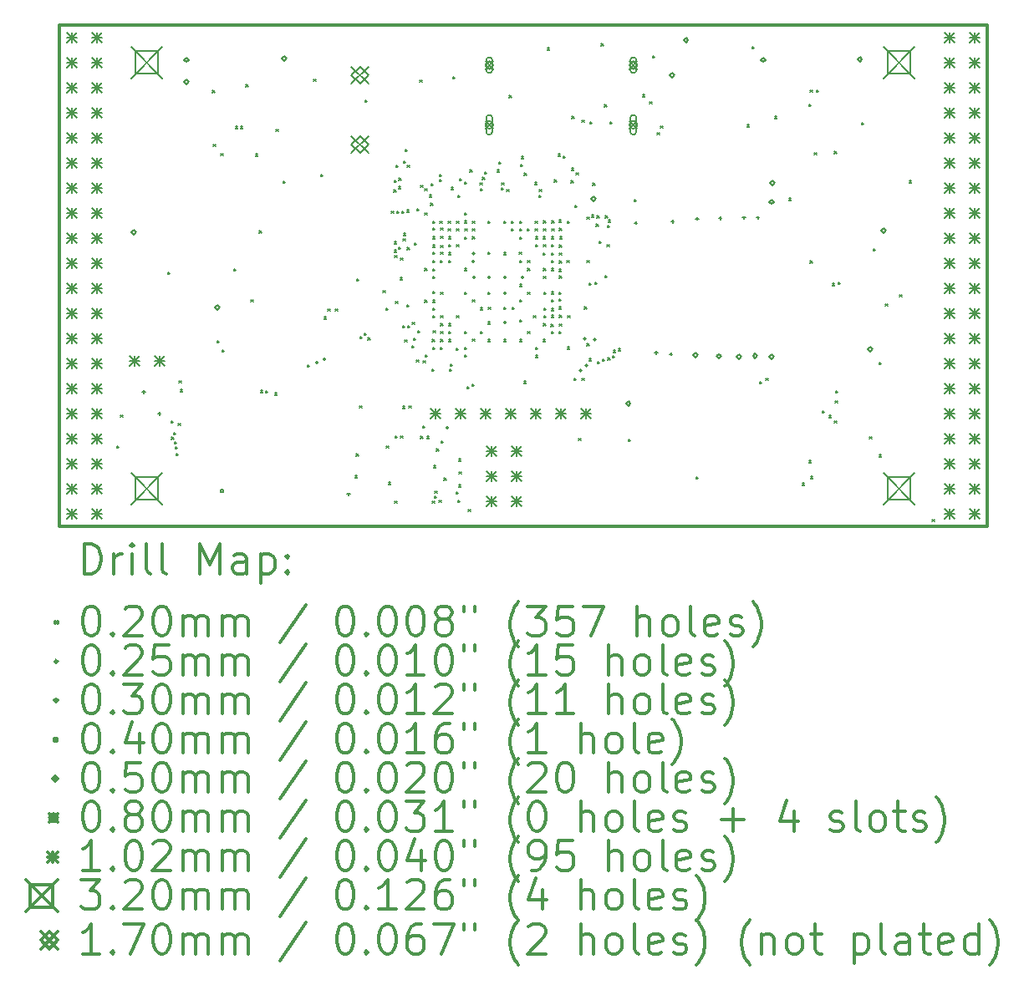
<source format=gbr>
%FSLAX45Y45*%
G04 Gerber Fmt 4.5, Leading zero omitted, Abs format (unit mm)*
G04 Created by KiCad (PCBNEW 4.0.7+dfsg1-1) date Tue Jan  9 14:20:42 2018*
%MOMM*%
%LPD*%
G01*
G04 APERTURE LIST*
%ADD10C,0.127000*%
%ADD11C,0.300000*%
%ADD12C,0.200000*%
G04 APERTURE END LIST*
D10*
D11*
X9410000Y-6142000D02*
X9410000Y-11222000D01*
X18808000Y-6142000D02*
X9410000Y-6142000D01*
X18808000Y-11222000D02*
X18808000Y-6142000D01*
X9410000Y-11222000D02*
X18808000Y-11222000D01*
D12*
X9998000Y-10410000D02*
X10018000Y-10430000D01*
X10018000Y-10410000D02*
X9998000Y-10430000D01*
X10035000Y-10094400D02*
X10055000Y-10114400D01*
X10055000Y-10094400D02*
X10035000Y-10114400D01*
X10514501Y-8649556D02*
X10534501Y-8669556D01*
X10534501Y-8649556D02*
X10514501Y-8669556D01*
X10547276Y-10156132D02*
X10567276Y-10176132D01*
X10567276Y-10156132D02*
X10547276Y-10176132D01*
X10552725Y-10321224D02*
X10572725Y-10341224D01*
X10572725Y-10321224D02*
X10552725Y-10341224D01*
X10571376Y-10271934D02*
X10591376Y-10291934D01*
X10591376Y-10271934D02*
X10571376Y-10291934D01*
X10579560Y-10366582D02*
X10599560Y-10386582D01*
X10599560Y-10366582D02*
X10579560Y-10386582D01*
X10589272Y-10418380D02*
X10609272Y-10438380D01*
X10609272Y-10418380D02*
X10589272Y-10438380D01*
X10598875Y-10487404D02*
X10618875Y-10507404D01*
X10618875Y-10487404D02*
X10598875Y-10507404D01*
X10617613Y-10179347D02*
X10637613Y-10199347D01*
X10637613Y-10179347D02*
X10617613Y-10199347D01*
X10626851Y-9749810D02*
X10646851Y-9769810D01*
X10646851Y-9749810D02*
X10626851Y-9769810D01*
X10637720Y-9838777D02*
X10657720Y-9858777D01*
X10657720Y-9838777D02*
X10637720Y-9858777D01*
X10966038Y-6807790D02*
X10986038Y-6827790D01*
X10986038Y-6807790D02*
X10966038Y-6827790D01*
X10974000Y-7352000D02*
X10994000Y-7372000D01*
X10994000Y-7352000D02*
X10974000Y-7372000D01*
X11014904Y-9343377D02*
X11034904Y-9363377D01*
X11034904Y-9343377D02*
X11014904Y-9363377D01*
X11049908Y-7448938D02*
X11069908Y-7468938D01*
X11069908Y-7448938D02*
X11049908Y-7468938D01*
X11061873Y-9435178D02*
X11081873Y-9455178D01*
X11081873Y-9435178D02*
X11061873Y-9455178D01*
X11179522Y-8615379D02*
X11199522Y-8635379D01*
X11199522Y-8615379D02*
X11179522Y-8635379D01*
X11197485Y-7171053D02*
X11217485Y-7191053D01*
X11217485Y-7171053D02*
X11197485Y-7191053D01*
X11251427Y-7170353D02*
X11271427Y-7190353D01*
X11271427Y-7170353D02*
X11251427Y-7190353D01*
X11305725Y-6746706D02*
X11325725Y-6766706D01*
X11325725Y-6746706D02*
X11305725Y-6766706D01*
X11355800Y-8926000D02*
X11375800Y-8946000D01*
X11375800Y-8926000D02*
X11355800Y-8946000D01*
X11400408Y-7451220D02*
X11420408Y-7471220D01*
X11420408Y-7451220D02*
X11400408Y-7471220D01*
X11441393Y-8230943D02*
X11461393Y-8250943D01*
X11461393Y-8230943D02*
X11441393Y-8250943D01*
X11450432Y-9847368D02*
X11470432Y-9867368D01*
X11470432Y-9847368D02*
X11450432Y-9867368D01*
X11506503Y-9849805D02*
X11526503Y-9869805D01*
X11526503Y-9849805D02*
X11506503Y-9869805D01*
X11597783Y-9872538D02*
X11617783Y-9892538D01*
X11617783Y-9872538D02*
X11597783Y-9892538D01*
X11609800Y-7198800D02*
X11629800Y-7218800D01*
X11629800Y-7198800D02*
X11609800Y-7218800D01*
X11681293Y-7725516D02*
X11701293Y-7745516D01*
X11701293Y-7725516D02*
X11681293Y-7745516D01*
X11925074Y-9590517D02*
X11945074Y-9610517D01*
X11945074Y-9590517D02*
X11925074Y-9610517D01*
X11990800Y-6690800D02*
X12010800Y-6710800D01*
X12010800Y-6690800D02*
X11990800Y-6710800D01*
X12063993Y-7659408D02*
X12083993Y-7679408D01*
X12083993Y-7659408D02*
X12063993Y-7679408D01*
X12094120Y-9102507D02*
X12114120Y-9122507D01*
X12114120Y-9102507D02*
X12094120Y-9122507D01*
X12133122Y-9021159D02*
X12153122Y-9041159D01*
X12153122Y-9021159D02*
X12133122Y-9041159D01*
X12210705Y-9019931D02*
X12230705Y-9039931D01*
X12230705Y-9019931D02*
X12210705Y-9039931D01*
X12410242Y-10710764D02*
X12430242Y-10730764D01*
X12430242Y-10710764D02*
X12410242Y-10730764D01*
X12422216Y-10490236D02*
X12442216Y-10510236D01*
X12442216Y-10490236D02*
X12422216Y-10510236D01*
X12426118Y-8717437D02*
X12446118Y-8737437D01*
X12446118Y-8717437D02*
X12426118Y-8737437D01*
X12426118Y-8717437D02*
X12446118Y-8737437D01*
X12446118Y-8717437D02*
X12426118Y-8737437D01*
X12455802Y-10005500D02*
X12475802Y-10025500D01*
X12475802Y-10005500D02*
X12455802Y-10025500D01*
X12458109Y-9299376D02*
X12478109Y-9319376D01*
X12478109Y-9299376D02*
X12458109Y-9319376D01*
X12501033Y-9268800D02*
X12521033Y-9288800D01*
X12521033Y-9268800D02*
X12501033Y-9288800D01*
X12509354Y-6905685D02*
X12529354Y-6925685D01*
X12529354Y-6905685D02*
X12509354Y-6925685D01*
X12542510Y-9313676D02*
X12562510Y-9333676D01*
X12562510Y-9313676D02*
X12542510Y-9333676D01*
X12694005Y-8832641D02*
X12714005Y-8852641D01*
X12714005Y-8832641D02*
X12694005Y-8852641D01*
X12720827Y-9012146D02*
X12740827Y-9032146D01*
X12740827Y-9012146D02*
X12720827Y-9032146D01*
X12728568Y-10410367D02*
X12748568Y-10430367D01*
X12748568Y-10410367D02*
X12728568Y-10430367D01*
X12748660Y-10777504D02*
X12768660Y-10797504D01*
X12768660Y-10777504D02*
X12748660Y-10797504D01*
X12778962Y-8030743D02*
X12798962Y-8050743D01*
X12798962Y-8030743D02*
X12778962Y-8050743D01*
X12802557Y-7813365D02*
X12822557Y-7833365D01*
X12822557Y-7813365D02*
X12802557Y-7833365D01*
X12805201Y-7715784D02*
X12825201Y-7735784D01*
X12825201Y-7715784D02*
X12805201Y-7735784D01*
X12806546Y-8340972D02*
X12826546Y-8360972D01*
X12826546Y-8340972D02*
X12806546Y-8360972D01*
X12808202Y-8425374D02*
X12828202Y-8445374D01*
X12828202Y-8425374D02*
X12808202Y-8445374D01*
X12810769Y-8478012D02*
X12830769Y-8498012D01*
X12830769Y-8478012D02*
X12810769Y-8498012D01*
X12811634Y-10966034D02*
X12831634Y-10986034D01*
X12831634Y-10966034D02*
X12811634Y-10986034D01*
X12818000Y-10310000D02*
X12838000Y-10330000D01*
X12838000Y-10310000D02*
X12818000Y-10330000D01*
X12821209Y-8945692D02*
X12841209Y-8965692D01*
X12841209Y-8945692D02*
X12821209Y-8965692D01*
X12823318Y-7566981D02*
X12843318Y-7586981D01*
X12843318Y-7566981D02*
X12823318Y-7586981D01*
X12831658Y-8029985D02*
X12851658Y-8049985D01*
X12851658Y-8029985D02*
X12831658Y-8049985D01*
X12849054Y-7779404D02*
X12869054Y-7799404D01*
X12869054Y-7779404D02*
X12849054Y-7799404D01*
X12852266Y-8396464D02*
X12872266Y-8416464D01*
X12872266Y-8396464D02*
X12852266Y-8416464D01*
X12854493Y-7695003D02*
X12874493Y-7715003D01*
X12874493Y-7695003D02*
X12854493Y-7715003D01*
X12867665Y-8702786D02*
X12887665Y-8722786D01*
X12887665Y-8702786D02*
X12867665Y-8722786D01*
X12870682Y-10308590D02*
X12890682Y-10328590D01*
X12890682Y-10308590D02*
X12870682Y-10328590D01*
X12872311Y-8505356D02*
X12892311Y-8525356D01*
X12892311Y-8505356D02*
X12872311Y-8525356D01*
X12884359Y-8029973D02*
X12904359Y-8049973D01*
X12904359Y-8029973D02*
X12884359Y-8049973D01*
X12890520Y-10007480D02*
X12910520Y-10027480D01*
X12910520Y-10007480D02*
X12890520Y-10027480D01*
X12890672Y-9188599D02*
X12910672Y-9208599D01*
X12910672Y-9188599D02*
X12890672Y-9208599D01*
X12895438Y-8307924D02*
X12915438Y-8327924D01*
X12915438Y-8307924D02*
X12895438Y-8327924D01*
X12900909Y-8255507D02*
X12920909Y-8275507D01*
X12920909Y-8255507D02*
X12900909Y-8275507D01*
X12902508Y-7521580D02*
X12922508Y-7541580D01*
X12922508Y-7521580D02*
X12902508Y-7541580D01*
X12912221Y-9334105D02*
X12932221Y-9354105D01*
X12932221Y-9334105D02*
X12912221Y-9354105D01*
X12915222Y-7404246D02*
X12935222Y-7424246D01*
X12935222Y-7404246D02*
X12915222Y-7424246D01*
X12934924Y-8977393D02*
X12954924Y-8997393D01*
X12954924Y-8977393D02*
X12934924Y-8997393D01*
X12935799Y-8018511D02*
X12955799Y-8038511D01*
X12955799Y-8018511D02*
X12935799Y-8038511D01*
X12938767Y-8397993D02*
X12958767Y-8417993D01*
X12958767Y-8397993D02*
X12938767Y-8417993D01*
X12939334Y-7563781D02*
X12959334Y-7583781D01*
X12959334Y-7563781D02*
X12939334Y-7583781D01*
X12943373Y-9188599D02*
X12963373Y-9208599D01*
X12963373Y-9188599D02*
X12943373Y-9208599D01*
X12956000Y-10005500D02*
X12976000Y-10025500D01*
X12976000Y-10005500D02*
X12956000Y-10025500D01*
X12987831Y-9391914D02*
X13007831Y-9411914D01*
X13007831Y-9391914D02*
X12987831Y-9411914D01*
X12988324Y-9156898D02*
X13008324Y-9176898D01*
X13008324Y-9156898D02*
X12988324Y-9176898D01*
X13003525Y-9318871D02*
X13023525Y-9338871D01*
X13023525Y-9318871D02*
X13003525Y-9338871D01*
X13010463Y-8349948D02*
X13030463Y-8369948D01*
X13030463Y-8349948D02*
X13010463Y-8369948D01*
X13032200Y-9535600D02*
X13052200Y-9555600D01*
X13052200Y-9535600D02*
X13032200Y-9555600D01*
X13038990Y-8006723D02*
X13058990Y-8026723D01*
X13058990Y-8006723D02*
X13038990Y-8026723D01*
X13046657Y-9241208D02*
X13066657Y-9261208D01*
X13066657Y-9241208D02*
X13046657Y-9261208D01*
X13066199Y-6701962D02*
X13086199Y-6721962D01*
X13086199Y-6701962D02*
X13066199Y-6721962D01*
X13073949Y-10310829D02*
X13093949Y-10330829D01*
X13093949Y-10310829D02*
X13073949Y-10330829D01*
X13075683Y-7768682D02*
X13095683Y-7788682D01*
X13095683Y-7768682D02*
X13075683Y-7788682D01*
X13093907Y-10208700D02*
X13113907Y-10228700D01*
X13113907Y-10208700D02*
X13093907Y-10228700D01*
X13098471Y-9546418D02*
X13118471Y-9566418D01*
X13118471Y-9546418D02*
X13098471Y-9566418D01*
X13115313Y-7803422D02*
X13135313Y-7823422D01*
X13135313Y-7803422D02*
X13115313Y-7823422D01*
X13117530Y-8049575D02*
X13137530Y-8069575D01*
X13137530Y-8049575D02*
X13117530Y-8069575D01*
X13117831Y-8611310D02*
X13137831Y-8631310D01*
X13137831Y-8611310D02*
X13117831Y-8631310D01*
X13117950Y-8930733D02*
X13137950Y-8950733D01*
X13137950Y-8930733D02*
X13117950Y-8950733D01*
X13121616Y-9485914D02*
X13141616Y-9505914D01*
X13141616Y-9485914D02*
X13121616Y-9505914D01*
X13135385Y-10310829D02*
X13155385Y-10330829D01*
X13155385Y-10310829D02*
X13135385Y-10330829D01*
X13160933Y-7864587D02*
X13180933Y-7884587D01*
X13180933Y-7864587D02*
X13160933Y-7884587D01*
X13174731Y-7948989D02*
X13194731Y-7968989D01*
X13194731Y-7948989D02*
X13174731Y-7968989D01*
X13182329Y-7748485D02*
X13202329Y-7768485D01*
X13202329Y-7748485D02*
X13182329Y-7768485D01*
X13188633Y-9630479D02*
X13208633Y-9650479D01*
X13208633Y-9630479D02*
X13188633Y-9650479D01*
X13192441Y-10966678D02*
X13212441Y-10986678D01*
X13212441Y-10966678D02*
X13192441Y-10986678D01*
X13193199Y-9330000D02*
X13213199Y-9350000D01*
X13213199Y-9330000D02*
X13193199Y-9350000D01*
X13196210Y-8443398D02*
X13216210Y-8463398D01*
X13216210Y-8443398D02*
X13196210Y-8463398D01*
X13197298Y-8527799D02*
X13217298Y-8547799D01*
X13217298Y-8527799D02*
X13197298Y-8547799D01*
X13197562Y-8931064D02*
X13217562Y-8951064D01*
X13217562Y-8931064D02*
X13197562Y-8951064D01*
X13197765Y-9087799D02*
X13217765Y-9107799D01*
X13217765Y-9087799D02*
X13197765Y-9107799D01*
X13197902Y-8288404D02*
X13217902Y-8308404D01*
X13217902Y-8288404D02*
X13197902Y-8308404D01*
X13198000Y-8130000D02*
X13218000Y-8150000D01*
X13218000Y-8130000D02*
X13198000Y-8150000D01*
X13198000Y-8690000D02*
X13218000Y-8710000D01*
X13218000Y-8690000D02*
X13198000Y-8710000D01*
X13198000Y-9410000D02*
X13218000Y-9430000D01*
X13218000Y-9410000D02*
X13198000Y-9430000D01*
X13198001Y-8200333D02*
X13218001Y-8220333D01*
X13218001Y-8200333D02*
X13198001Y-8220333D01*
X13198296Y-9011078D02*
X13218296Y-9031078D01*
X13218296Y-9011078D02*
X13198296Y-9031078D01*
X13198303Y-8616041D02*
X13218303Y-8636041D01*
X13218303Y-8616041D02*
X13198303Y-8636041D01*
X13198368Y-8372806D02*
X13218368Y-8392806D01*
X13218368Y-8372806D02*
X13198368Y-8392806D01*
X13198405Y-8845827D02*
X13218405Y-8865827D01*
X13218405Y-8845827D02*
X13198405Y-8865827D01*
X13201075Y-9242748D02*
X13221075Y-9262748D01*
X13221075Y-9242748D02*
X13201075Y-9262748D01*
X13206286Y-10608587D02*
X13226286Y-10628587D01*
X13226286Y-10608587D02*
X13206286Y-10628587D01*
X13211973Y-10917729D02*
X13231973Y-10937729D01*
X13231973Y-10917729D02*
X13211973Y-10937729D01*
X13218587Y-10865445D02*
X13238587Y-10885445D01*
X13238587Y-10865445D02*
X13218587Y-10885445D01*
X13236800Y-10440341D02*
X13256800Y-10460341D01*
X13256800Y-10440341D02*
X13236800Y-10460341D01*
X13260800Y-10958000D02*
X13280800Y-10978000D01*
X13280800Y-10958000D02*
X13260800Y-10978000D01*
X13263724Y-7657621D02*
X13283724Y-7677621D01*
X13283724Y-7657621D02*
X13263724Y-7677621D01*
X13266117Y-7710267D02*
X13286117Y-7730267D01*
X13286117Y-7710267D02*
X13266117Y-7730267D01*
X13268334Y-8130000D02*
X13288334Y-8150000D01*
X13288334Y-8130000D02*
X13268334Y-8150000D01*
X13273464Y-8527799D02*
X13293464Y-8547799D01*
X13293464Y-8527799D02*
X13273464Y-8547799D01*
X13274623Y-9409707D02*
X13294623Y-9429707D01*
X13294623Y-9409707D02*
X13274623Y-9429707D01*
X13276300Y-8202454D02*
X13296300Y-8222454D01*
X13296300Y-8202454D02*
X13276300Y-8222454D01*
X13277177Y-8443398D02*
X13297177Y-8463398D01*
X13297177Y-8443398D02*
X13277177Y-8463398D01*
X13277261Y-8286855D02*
X13297261Y-8306855D01*
X13297261Y-8286855D02*
X13277261Y-8306855D01*
X13278000Y-8850000D02*
X13298000Y-8870000D01*
X13298000Y-8850000D02*
X13278000Y-8870000D01*
X13278000Y-9090000D02*
X13298000Y-9110000D01*
X13298000Y-9090000D02*
X13278000Y-9110000D01*
X13278000Y-9170000D02*
X13298000Y-9190000D01*
X13298000Y-9170000D02*
X13278000Y-9190000D01*
X13278000Y-9250000D02*
X13298000Y-9270000D01*
X13298000Y-9250000D02*
X13278000Y-9270000D01*
X13278000Y-9330000D02*
X13298000Y-9350000D01*
X13298000Y-9330000D02*
X13278000Y-9350000D01*
X13278089Y-8379783D02*
X13298089Y-8399784D01*
X13298089Y-8379783D02*
X13278089Y-8399784D01*
X13283696Y-10361100D02*
X13303696Y-10381100D01*
X13303696Y-10361100D02*
X13283696Y-10381100D01*
X13311600Y-10736500D02*
X13331600Y-10756500D01*
X13331600Y-10736500D02*
X13311600Y-10756500D01*
X13352736Y-8131468D02*
X13372736Y-8151468D01*
X13372736Y-8131468D02*
X13352736Y-8151468D01*
X13354839Y-8209060D02*
X13374839Y-8229060D01*
X13374839Y-8209060D02*
X13354839Y-8229060D01*
X13357194Y-8449520D02*
X13377194Y-8469520D01*
X13377194Y-8449520D02*
X13357194Y-8469520D01*
X13358000Y-8290000D02*
X13378000Y-8310000D01*
X13378000Y-8290000D02*
X13358000Y-8310000D01*
X13358000Y-8370000D02*
X13378000Y-8390000D01*
X13378000Y-8370000D02*
X13358000Y-8390000D01*
X13358000Y-8530000D02*
X13378000Y-8550000D01*
X13378000Y-8530000D02*
X13358000Y-8550000D01*
X13358000Y-9170000D02*
X13378000Y-9190000D01*
X13378000Y-9170000D02*
X13358000Y-9190000D01*
X13358000Y-9250000D02*
X13378000Y-9270000D01*
X13378000Y-9250000D02*
X13358000Y-9270000D01*
X13358548Y-9330230D02*
X13378548Y-9350230D01*
X13378548Y-9330230D02*
X13358548Y-9350230D01*
X13366285Y-9629515D02*
X13386285Y-9649515D01*
X13386285Y-9629515D02*
X13366285Y-9649515D01*
X13375239Y-9577580D02*
X13395239Y-9597580D01*
X13395239Y-9577580D02*
X13375239Y-9597580D01*
X13384238Y-7788077D02*
X13404238Y-7808077D01*
X13404238Y-7788077D02*
X13384238Y-7808077D01*
X13397916Y-6668615D02*
X13417916Y-6688615D01*
X13417916Y-6668615D02*
X13397916Y-6688615D01*
X13435582Y-9416717D02*
X13455582Y-9436717D01*
X13455582Y-9416717D02*
X13435582Y-9436717D01*
X13436400Y-10874197D02*
X13456400Y-10894197D01*
X13456400Y-10874197D02*
X13436400Y-10894197D01*
X13437137Y-8130675D02*
X13457137Y-8150675D01*
X13457137Y-8130675D02*
X13437137Y-8150675D01*
X13437651Y-8208015D02*
X13457651Y-8228015D01*
X13457651Y-8208015D02*
X13437651Y-8228015D01*
X13438000Y-8370000D02*
X13458000Y-8390000D01*
X13458000Y-8370000D02*
X13438000Y-8390000D01*
X13438000Y-9090000D02*
X13458000Y-9110000D01*
X13458000Y-9090000D02*
X13438000Y-9110000D01*
X13451300Y-7871900D02*
X13471300Y-7891900D01*
X13471300Y-7871900D02*
X13451300Y-7891900D01*
X13453687Y-10961995D02*
X13473687Y-10981995D01*
X13473687Y-10961995D02*
X13453687Y-10981995D01*
X13457587Y-10803159D02*
X13477587Y-10823159D01*
X13477587Y-10803159D02*
X13457587Y-10823159D01*
X13460735Y-10540845D02*
X13480735Y-10560845D01*
X13480735Y-10540845D02*
X13460735Y-10560845D01*
X13465065Y-10671051D02*
X13485065Y-10691051D01*
X13485065Y-10671051D02*
X13465065Y-10691051D01*
X13465805Y-7703014D02*
X13485805Y-7723014D01*
X13485805Y-7703014D02*
X13465805Y-7723014D01*
X13517331Y-8851860D02*
X13537331Y-8871860D01*
X13537331Y-8851860D02*
X13517331Y-8871860D01*
X13518000Y-8292201D02*
X13538000Y-8312201D01*
X13538000Y-8292201D02*
X13518000Y-8312201D01*
X13518000Y-8610000D02*
X13538000Y-8630000D01*
X13538000Y-8610000D02*
X13518000Y-8630000D01*
X13518000Y-9250000D02*
X13538000Y-9270000D01*
X13538000Y-9250000D02*
X13518000Y-9270000D01*
X13518006Y-7736330D02*
X13538006Y-7756330D01*
X13538006Y-7736330D02*
X13518006Y-7756330D01*
X13518128Y-8048312D02*
X13538128Y-8068312D01*
X13538128Y-8048312D02*
X13518128Y-8068312D01*
X13518463Y-9488530D02*
X13538463Y-9508530D01*
X13538463Y-9488530D02*
X13518463Y-9508530D01*
X13518862Y-9412562D02*
X13538862Y-9432562D01*
X13538862Y-9412562D02*
X13518862Y-9432562D01*
X13521538Y-8129192D02*
X13541538Y-8149192D01*
X13541538Y-8129192D02*
X13521538Y-8149192D01*
X13522052Y-8209644D02*
X13542052Y-8229644D01*
X13542052Y-8209644D02*
X13522052Y-8229644D01*
X13541702Y-9806717D02*
X13561702Y-9826717D01*
X13561702Y-9806717D02*
X13541702Y-9826717D01*
X13555656Y-11051071D02*
X13575656Y-11071071D01*
X13575656Y-11051071D02*
X13555656Y-11071071D01*
X13573070Y-7610061D02*
X13593070Y-7630061D01*
X13593070Y-7610061D02*
X13573070Y-7630061D01*
X13592822Y-9782273D02*
X13612822Y-9802273D01*
X13612822Y-9782273D02*
X13592822Y-9802273D01*
X13598000Y-8210000D02*
X13618000Y-8230000D01*
X13618000Y-8210000D02*
X13598000Y-8230000D01*
X13598000Y-8290000D02*
X13618000Y-8310000D01*
X13618000Y-8290000D02*
X13598000Y-8310000D01*
X13598517Y-8929483D02*
X13618517Y-8949483D01*
X13618517Y-8929483D02*
X13598517Y-8949483D01*
X13599596Y-9326965D02*
X13619596Y-9346965D01*
X13619596Y-9326965D02*
X13599596Y-9346965D01*
X13599639Y-8129507D02*
X13619639Y-8149507D01*
X13619639Y-8129507D02*
X13599639Y-8149507D01*
X13675954Y-7745082D02*
X13695954Y-7765082D01*
X13695954Y-7745082D02*
X13675954Y-7765082D01*
X13678000Y-9250000D02*
X13698000Y-9270000D01*
X13698000Y-9250000D02*
X13678000Y-9270000D01*
X13678517Y-9009483D02*
X13698517Y-9029483D01*
X13698517Y-9009483D02*
X13678517Y-9029483D01*
X13682206Y-7799789D02*
X13702206Y-7819789D01*
X13702206Y-7799789D02*
X13682206Y-7819789D01*
X13700695Y-7687992D02*
X13720695Y-7707992D01*
X13720695Y-7687992D02*
X13700695Y-7707992D01*
X13720873Y-7631502D02*
X13740873Y-7651502D01*
X13740873Y-7631502D02*
X13720873Y-7651502D01*
X13755905Y-9153803D02*
X13775905Y-9173803D01*
X13775905Y-9153803D02*
X13755905Y-9173803D01*
X13758000Y-8130000D02*
X13778000Y-8150000D01*
X13778000Y-8130000D02*
X13758000Y-8150000D01*
X13758000Y-8850000D02*
X13778000Y-8870000D01*
X13778000Y-8850000D02*
X13758000Y-8870000D01*
X13758000Y-9330000D02*
X13778000Y-9350000D01*
X13778000Y-9330000D02*
X13758000Y-9350000D01*
X13758056Y-8443409D02*
X13778056Y-8463409D01*
X13778056Y-8443409D02*
X13758056Y-8463409D01*
X13758900Y-9002299D02*
X13778900Y-9022299D01*
X13778900Y-9002299D02*
X13758900Y-9022299D01*
X13848000Y-7610000D02*
X13868000Y-7630000D01*
X13868000Y-7610000D02*
X13848000Y-7630000D01*
X13867920Y-7530076D02*
X13887920Y-7550076D01*
X13887920Y-7530076D02*
X13867920Y-7550076D01*
X13893411Y-7794095D02*
X13913411Y-7814095D01*
X13913411Y-7794095D02*
X13893411Y-7814095D01*
X13894675Y-7741409D02*
X13914675Y-7761409D01*
X13914675Y-7741409D02*
X13894675Y-7761409D01*
X13917252Y-8451135D02*
X13937252Y-8471135D01*
X13937252Y-8451135D02*
X13917252Y-8471135D01*
X13918000Y-8130000D02*
X13938000Y-8150000D01*
X13938000Y-8130000D02*
X13918000Y-8150000D01*
X13918000Y-9002299D02*
X13938000Y-9022299D01*
X13938000Y-9002299D02*
X13918000Y-9022299D01*
X13918000Y-9330000D02*
X13938000Y-9350000D01*
X13938000Y-9330000D02*
X13918000Y-9350000D01*
X13947862Y-7810586D02*
X13967862Y-7830586D01*
X13967862Y-7810586D02*
X13947862Y-7830586D01*
X13972000Y-6856567D02*
X13992000Y-6876567D01*
X13992000Y-6856567D02*
X13972000Y-6876567D01*
X13993095Y-8210000D02*
X14013095Y-8230000D01*
X14013095Y-8210000D02*
X13993095Y-8230000D01*
X13993599Y-8130000D02*
X14013599Y-8150000D01*
X14013599Y-8130000D02*
X13993599Y-8150000D01*
X13999489Y-9002299D02*
X14019489Y-9022299D01*
X14019489Y-9002299D02*
X13999489Y-9022299D01*
X14073600Y-8443400D02*
X14093600Y-8463400D01*
X14093600Y-8443400D02*
X14073600Y-8463400D01*
X14076403Y-8294140D02*
X14096403Y-8314140D01*
X14096403Y-8294140D02*
X14076403Y-8314140D01*
X14077419Y-9133335D02*
X14097419Y-9153335D01*
X14097419Y-9133335D02*
X14077419Y-9153335D01*
X14077497Y-8207716D02*
X14097497Y-8227716D01*
X14097497Y-8207716D02*
X14077497Y-8227716D01*
X14078000Y-8130000D02*
X14098000Y-8150000D01*
X14098000Y-8130000D02*
X14078000Y-8150000D01*
X14078000Y-8530000D02*
X14098000Y-8550000D01*
X14098000Y-8530000D02*
X14078000Y-8550000D01*
X14078000Y-8770000D02*
X14098000Y-8790000D01*
X14098000Y-8770000D02*
X14078000Y-8790000D01*
X14078000Y-8930000D02*
X14098000Y-8950000D01*
X14098000Y-8930000D02*
X14078000Y-8950000D01*
X14078000Y-9330000D02*
X14098000Y-9350000D01*
X14098000Y-9330000D02*
X14078000Y-9350000D01*
X14088006Y-7558194D02*
X14108006Y-7578194D01*
X14108006Y-7558194D02*
X14088006Y-7578194D01*
X14094664Y-7477380D02*
X14114664Y-7497380D01*
X14114664Y-7477380D02*
X14094664Y-7497380D01*
X14118066Y-9754201D02*
X14138066Y-9774201D01*
X14138066Y-9754201D02*
X14118066Y-9774201D01*
X14124297Y-7645500D02*
X14144297Y-7665500D01*
X14144297Y-7645500D02*
X14124297Y-7665500D01*
X14156269Y-8210778D02*
X14176269Y-8230778D01*
X14176269Y-8210778D02*
X14156269Y-8230778D01*
X14158000Y-8530000D02*
X14178000Y-8550000D01*
X14178000Y-8530000D02*
X14158000Y-8550000D01*
X14158000Y-8610000D02*
X14178000Y-8630000D01*
X14178000Y-8610000D02*
X14158000Y-8630000D01*
X14158000Y-8850000D02*
X14178000Y-8870000D01*
X14178000Y-8850000D02*
X14158000Y-8870000D01*
X14158000Y-9250000D02*
X14178000Y-9270000D01*
X14178000Y-9250000D02*
X14158000Y-9270000D01*
X14217799Y-9090000D02*
X14237799Y-9110000D01*
X14237799Y-9090000D02*
X14217799Y-9110000D01*
X14227745Y-7739745D02*
X14247745Y-7759745D01*
X14247745Y-7739745D02*
X14227745Y-7759745D01*
X14233746Y-8208147D02*
X14253746Y-8228147D01*
X14253746Y-8208147D02*
X14233746Y-8228147D01*
X14235691Y-8130580D02*
X14255691Y-8150580D01*
X14255691Y-8130580D02*
X14235691Y-8150580D01*
X14237355Y-8289891D02*
X14257355Y-8309891D01*
X14257355Y-8289891D02*
X14237355Y-8309891D01*
X14238000Y-8370000D02*
X14258000Y-8390000D01*
X14258000Y-8370000D02*
X14238000Y-8390000D01*
X14238000Y-9410000D02*
X14258000Y-9430000D01*
X14258000Y-9410000D02*
X14238000Y-9430000D01*
X14238000Y-9490000D02*
X14258000Y-9510000D01*
X14258000Y-9490000D02*
X14238000Y-9510000D01*
X14274121Y-7868425D02*
X14294121Y-7888425D01*
X14294121Y-7868425D02*
X14274121Y-7888425D01*
X14276427Y-7811737D02*
X14296427Y-7831737D01*
X14296427Y-7811737D02*
X14276427Y-7831737D01*
X14315799Y-8290000D02*
X14335799Y-8310000D01*
X14335799Y-8290000D02*
X14315799Y-8310000D01*
X14316000Y-8452000D02*
X14336000Y-8472000D01*
X14336000Y-8452000D02*
X14316000Y-8472000D01*
X14316969Y-9331491D02*
X14336969Y-9351491D01*
X14336969Y-9331491D02*
X14316969Y-9351491D01*
X14318000Y-8370000D02*
X14338000Y-8390000D01*
X14338000Y-8370000D02*
X14318000Y-8390000D01*
X14318000Y-8690000D02*
X14338000Y-8710000D01*
X14338000Y-8690000D02*
X14318000Y-8710000D01*
X14318000Y-9170000D02*
X14338000Y-9190000D01*
X14338000Y-9170000D02*
X14318000Y-9190000D01*
X14318147Y-8210607D02*
X14338147Y-8230607D01*
X14338147Y-8210607D02*
X14318147Y-8230607D01*
X14320000Y-8612000D02*
X14340000Y-8632000D01*
X14340000Y-8612000D02*
X14320000Y-8632000D01*
X14320092Y-8127729D02*
X14340092Y-8147729D01*
X14340092Y-8127729D02*
X14320092Y-8147729D01*
X14322201Y-8849503D02*
X14342201Y-8869503D01*
X14342201Y-8849503D02*
X14322201Y-8869503D01*
X14322201Y-9010195D02*
X14342201Y-9030195D01*
X14342201Y-9010195D02*
X14322201Y-9030195D01*
X14322201Y-9090066D02*
X14342201Y-9110066D01*
X14342201Y-9090066D02*
X14322201Y-9110066D01*
X14355067Y-6376252D02*
X14375067Y-6396252D01*
X14375067Y-6376252D02*
X14355067Y-6396252D01*
X14396483Y-9177765D02*
X14416483Y-9197765D01*
X14416483Y-9177765D02*
X14396483Y-9197765D01*
X14397624Y-8929530D02*
X14417624Y-8949530D01*
X14417624Y-8929530D02*
X14397624Y-8949530D01*
X14397701Y-9016697D02*
X14417701Y-9036697D01*
X14417701Y-9016697D02*
X14397701Y-9036697D01*
X14398000Y-8610000D02*
X14418000Y-8630000D01*
X14418000Y-8610000D02*
X14398000Y-8630000D01*
X14398000Y-9085650D02*
X14418000Y-9105650D01*
X14418000Y-9085650D02*
X14398000Y-9105650D01*
X14398283Y-8848451D02*
X14418283Y-8868451D01*
X14418283Y-8848451D02*
X14398283Y-8868451D01*
X14400201Y-8290000D02*
X14420201Y-8310000D01*
X14420201Y-8290000D02*
X14400201Y-8310000D01*
X14400201Y-8529722D02*
X14420201Y-8549722D01*
X14420201Y-8529722D02*
X14400201Y-8549722D01*
X14400319Y-8367799D02*
X14420319Y-8387799D01*
X14420319Y-8367799D02*
X14400319Y-8387799D01*
X14400350Y-8456040D02*
X14420350Y-8476040D01*
X14420350Y-8456040D02*
X14400350Y-8476040D01*
X14401325Y-9248876D02*
X14421325Y-9268876D01*
X14421325Y-9248876D02*
X14401325Y-9268876D01*
X14402549Y-8208647D02*
X14422549Y-8228647D01*
X14422549Y-8208647D02*
X14402549Y-8228647D01*
X14404493Y-8128708D02*
X14424493Y-8148708D01*
X14424493Y-8128708D02*
X14404493Y-8148708D01*
X14429487Y-7711993D02*
X14449487Y-7731993D01*
X14449487Y-7711993D02*
X14429487Y-7731993D01*
X14468000Y-7449038D02*
X14488000Y-7469038D01*
X14488000Y-7449038D02*
X14468000Y-7469038D01*
X14475581Y-8916848D02*
X14495581Y-8936848D01*
X14495581Y-8916848D02*
X14475581Y-8936848D01*
X14476724Y-9001248D02*
X14496724Y-9021248D01*
X14496724Y-9001248D02*
X14476724Y-9021248D01*
X14477515Y-8619275D02*
X14497515Y-8639275D01*
X14497515Y-8619275D02*
X14477515Y-8639275D01*
X14477765Y-8852201D02*
X14497765Y-8872201D01*
X14497765Y-8852201D02*
X14477765Y-8872201D01*
X14478001Y-8120333D02*
X14498001Y-8140333D01*
X14498001Y-8120333D02*
X14478001Y-8140333D01*
X14478235Y-9247799D02*
X14498235Y-9267799D01*
X14498235Y-9247799D02*
X14478235Y-9267799D01*
X14478812Y-8204734D02*
X14498812Y-8224734D01*
X14498812Y-8204734D02*
X14478812Y-8224734D01*
X14478935Y-8534874D02*
X14498935Y-8554874D01*
X14498935Y-8534874D02*
X14478935Y-8554874D01*
X14479432Y-8687756D02*
X14499432Y-8707756D01*
X14499432Y-8687756D02*
X14479432Y-8707756D01*
X14479670Y-8373537D02*
X14499670Y-8393537D01*
X14499670Y-8373537D02*
X14479670Y-8393537D01*
X14480000Y-9172000D02*
X14500000Y-9192000D01*
X14500000Y-9172000D02*
X14480000Y-9192000D01*
X14480294Y-9085650D02*
X14500294Y-9105650D01*
X14500294Y-9085650D02*
X14480294Y-9105650D01*
X14481241Y-8453582D02*
X14501241Y-8473582D01*
X14501241Y-8453582D02*
X14481241Y-8473582D01*
X14481689Y-8289136D02*
X14501689Y-8309136D01*
X14501689Y-8289136D02*
X14481689Y-8309136D01*
X14515569Y-7471722D02*
X14535569Y-7491722D01*
X14535569Y-7471722D02*
X14515569Y-7491722D01*
X14557281Y-8529606D02*
X14577281Y-8549606D01*
X14577281Y-8529606D02*
X14557281Y-8549606D01*
X14558000Y-8130512D02*
X14578000Y-8150512D01*
X14578000Y-8130512D02*
X14558000Y-8150512D01*
X14559124Y-9406675D02*
X14579124Y-9426675D01*
X14579124Y-9406675D02*
X14559124Y-9426675D01*
X14565987Y-9091018D02*
X14585987Y-9111018D01*
X14585987Y-9091018D02*
X14565987Y-9111018D01*
X14598908Y-7720057D02*
X14618908Y-7740057D01*
X14618908Y-7720057D02*
X14598908Y-7740057D01*
X14603080Y-7596013D02*
X14623080Y-7616013D01*
X14623080Y-7596013D02*
X14603080Y-7616013D01*
X14608000Y-7070000D02*
X14628000Y-7090000D01*
X14628000Y-7070000D02*
X14608000Y-7090000D01*
X14629479Y-9723392D02*
X14649479Y-9743392D01*
X14649479Y-9723392D02*
X14629479Y-9743392D01*
X14638141Y-7971938D02*
X14658141Y-7991938D01*
X14658141Y-7971938D02*
X14638141Y-7991938D01*
X14647773Y-7640082D02*
X14667773Y-7660082D01*
X14667773Y-7640082D02*
X14647773Y-7660082D01*
X14674429Y-10335274D02*
X14694429Y-10355274D01*
X14694429Y-10335274D02*
X14674429Y-10355274D01*
X14707598Y-9723392D02*
X14727598Y-9743392D01*
X14727598Y-9723392D02*
X14707598Y-9743392D01*
X14708600Y-7110000D02*
X14728600Y-7130000D01*
X14728600Y-7110000D02*
X14708600Y-7130000D01*
X14733095Y-9001248D02*
X14753095Y-9021248D01*
X14753095Y-9001248D02*
X14733095Y-9021248D01*
X14758739Y-8527409D02*
X14778739Y-8547409D01*
X14778739Y-8527409D02*
X14758739Y-8547409D01*
X14758831Y-8088311D02*
X14778831Y-8108311D01*
X14778831Y-8088311D02*
X14758831Y-8108311D01*
X14760000Y-9372000D02*
X14780000Y-9392000D01*
X14780000Y-9372000D02*
X14760000Y-9392000D01*
X14781079Y-8758342D02*
X14801079Y-8778342D01*
X14801079Y-8758342D02*
X14781079Y-8778342D01*
X14782886Y-9523902D02*
X14802886Y-9543902D01*
X14802886Y-9523902D02*
X14782886Y-9543902D01*
X14788315Y-7124708D02*
X14808315Y-7144708D01*
X14808315Y-7124708D02*
X14788315Y-7144708D01*
X14807525Y-8068155D02*
X14827525Y-8088155D01*
X14827525Y-8068155D02*
X14807525Y-8088155D01*
X14817193Y-7745807D02*
X14837193Y-7765807D01*
X14837193Y-7745807D02*
X14817193Y-7765807D01*
X14838354Y-8750817D02*
X14858354Y-8770817D01*
X14858354Y-8750817D02*
X14838354Y-8770817D01*
X14851066Y-8160586D02*
X14871066Y-8180586D01*
X14871066Y-8160586D02*
X14851066Y-8180586D01*
X14859611Y-8076185D02*
X14879611Y-8096185D01*
X14879611Y-8076185D02*
X14859611Y-8096185D01*
X14864798Y-9556963D02*
X14884798Y-9576963D01*
X14884798Y-9556963D02*
X14864798Y-9576963D01*
X14882151Y-8334201D02*
X14902151Y-8354201D01*
X14902151Y-8334201D02*
X14882151Y-8354201D01*
X14903412Y-6332405D02*
X14923412Y-6352405D01*
X14923412Y-6332405D02*
X14903412Y-6352405D01*
X14918439Y-9527799D02*
X14938439Y-9547799D01*
X14938439Y-9527799D02*
X14918439Y-9547799D01*
X14937595Y-6951968D02*
X14957595Y-6971968D01*
X14957595Y-6951968D02*
X14937595Y-6971968D01*
X14943392Y-8680994D02*
X14963392Y-8700994D01*
X14963392Y-8680994D02*
X14943392Y-8700994D01*
X14944975Y-8076843D02*
X14964975Y-8096843D01*
X14964975Y-8076843D02*
X14944975Y-8096843D01*
X14963249Y-8370769D02*
X14983249Y-8390769D01*
X14983249Y-8370769D02*
X14963249Y-8390769D01*
X14967169Y-8172566D02*
X14987169Y-8192566D01*
X14987169Y-8172566D02*
X14967169Y-8192566D01*
X14969589Y-9515108D02*
X14989589Y-9535108D01*
X14989589Y-9515108D02*
X14969589Y-9535108D01*
X14974647Y-8120398D02*
X14994647Y-8140398D01*
X14994647Y-8120398D02*
X14974647Y-8140398D01*
X14993085Y-7123185D02*
X15013085Y-7143185D01*
X15013085Y-7123185D02*
X14993085Y-7143185D01*
X15017890Y-9494025D02*
X15037890Y-9514025D01*
X15037890Y-9494025D02*
X15017890Y-9514025D01*
X15024597Y-9441753D02*
X15044597Y-9461753D01*
X15044597Y-9441753D02*
X15024597Y-9461753D01*
X15078921Y-9423257D02*
X15098921Y-9443257D01*
X15098921Y-9423257D02*
X15078921Y-9443257D01*
X15179638Y-10341072D02*
X15199638Y-10361072D01*
X15199638Y-10341072D02*
X15179638Y-10361072D01*
X15239707Y-7909347D02*
X15259707Y-7929347D01*
X15259707Y-7909347D02*
X15239707Y-7929347D01*
X15319711Y-6850829D02*
X15339711Y-6870829D01*
X15339711Y-6850829D02*
X15319711Y-6870829D01*
X15395230Y-6920230D02*
X15415230Y-6940230D01*
X15415230Y-6920230D02*
X15395230Y-6940230D01*
X15422933Y-6454377D02*
X15442933Y-6474377D01*
X15442933Y-6454377D02*
X15422933Y-6474377D01*
X15469400Y-7232600D02*
X15489400Y-7252600D01*
X15489400Y-7232600D02*
X15469400Y-7252600D01*
X15504936Y-7166453D02*
X15524936Y-7186453D01*
X15524936Y-7166453D02*
X15504936Y-7186453D01*
X15861665Y-10722518D02*
X15881665Y-10742518D01*
X15881665Y-10722518D02*
X15861665Y-10742518D01*
X16380885Y-7155186D02*
X16400885Y-7175186D01*
X16400885Y-7155186D02*
X16380885Y-7175186D01*
X16433388Y-6363745D02*
X16453388Y-6383745D01*
X16453388Y-6363745D02*
X16433388Y-6383745D01*
X16507059Y-9756632D02*
X16527059Y-9776632D01*
X16527059Y-9756632D02*
X16507059Y-9776632D01*
X16570337Y-9724488D02*
X16590337Y-9744488D01*
X16590337Y-9724488D02*
X16570337Y-9744488D01*
X16657891Y-7070355D02*
X16677891Y-7090355D01*
X16677891Y-7070355D02*
X16657891Y-7090355D01*
X16806644Y-7900804D02*
X16826644Y-7920804D01*
X16826644Y-7900804D02*
X16806644Y-7920804D01*
X16940659Y-10785373D02*
X16960659Y-10805373D01*
X16960659Y-10785373D02*
X16940659Y-10805373D01*
X17005773Y-10556635D02*
X17025773Y-10576635D01*
X17025773Y-10556635D02*
X17005773Y-10576635D01*
X17008296Y-6947101D02*
X17028296Y-6967101D01*
X17028296Y-6947101D02*
X17008296Y-6967101D01*
X17020000Y-6805100D02*
X17040000Y-6825100D01*
X17040000Y-6805100D02*
X17020000Y-6825100D01*
X17020954Y-8534153D02*
X17040954Y-8554153D01*
X17040954Y-8534153D02*
X17020954Y-8554153D01*
X17026290Y-10718620D02*
X17046290Y-10738620D01*
X17046290Y-10718620D02*
X17026290Y-10738620D01*
X17063590Y-7436498D02*
X17083590Y-7456498D01*
X17083590Y-7436498D02*
X17063590Y-7456498D01*
X17085000Y-6802556D02*
X17105000Y-6822556D01*
X17105000Y-6802556D02*
X17085000Y-6822556D01*
X17144030Y-10054574D02*
X17164030Y-10074574D01*
X17164030Y-10054574D02*
X17144030Y-10074574D01*
X17209336Y-10100566D02*
X17229336Y-10120566D01*
X17229336Y-10100566D02*
X17209336Y-10120566D01*
X17246454Y-8762201D02*
X17266454Y-8782201D01*
X17266454Y-8762201D02*
X17246454Y-8782201D01*
X17264664Y-7424799D02*
X17284664Y-7444799D01*
X17284664Y-7424799D02*
X17264664Y-7444799D01*
X17266127Y-10155168D02*
X17286127Y-10175168D01*
X17286127Y-10155168D02*
X17266127Y-10175168D01*
X17273463Y-9949992D02*
X17293463Y-9969992D01*
X17293463Y-9949992D02*
X17273463Y-9969992D01*
X17277992Y-9851865D02*
X17297992Y-9871865D01*
X17297992Y-9851865D02*
X17277992Y-9871865D01*
X17303795Y-8749428D02*
X17323795Y-8769428D01*
X17323795Y-8749428D02*
X17303795Y-8769428D01*
X17539563Y-7135743D02*
X17559563Y-7155743D01*
X17559563Y-7135743D02*
X17539563Y-7155743D01*
X17620559Y-10317981D02*
X17640559Y-10337981D01*
X17640559Y-10317981D02*
X17620559Y-10337981D01*
X17660000Y-8412000D02*
X17680000Y-8432000D01*
X17680000Y-8412000D02*
X17660000Y-8432000D01*
X17717400Y-10497912D02*
X17737400Y-10517912D01*
X17737400Y-10497912D02*
X17717400Y-10517912D01*
X17718500Y-9561000D02*
X17738500Y-9581000D01*
X17738500Y-9561000D02*
X17718500Y-9581000D01*
X17782698Y-8971206D02*
X17802698Y-8991206D01*
X17802698Y-8971206D02*
X17782698Y-8991206D01*
X17925151Y-8876833D02*
X17945151Y-8896833D01*
X17945151Y-8876833D02*
X17925151Y-8896833D01*
X18024078Y-7721693D02*
X18044078Y-7741693D01*
X18044078Y-7721693D02*
X18024078Y-7741693D01*
X18257515Y-11153763D02*
X18277515Y-11173763D01*
X18277515Y-11153763D02*
X18257515Y-11173763D01*
X12033081Y-9563860D02*
G75*
G03X12033081Y-9563860I-12700J0D01*
G01*
X12110058Y-9531715D02*
G75*
G03X12110058Y-9531715I-12700J0D01*
G01*
X13357629Y-10223262D02*
G75*
G03X13357629Y-10223262I-12700J0D01*
G01*
X13620700Y-8460000D02*
G75*
G03X13620700Y-8460000I-12700J0D01*
G01*
X13620700Y-8540000D02*
G75*
G03X13620700Y-8540000I-12700J0D01*
G01*
X13623799Y-8699540D02*
G75*
G03X13623799Y-8699540I-12700J0D01*
G01*
X13780700Y-8700000D02*
G75*
G03X13780700Y-8700000I-12700J0D01*
G01*
X13939164Y-9161521D02*
G75*
G03X13939164Y-9161521I-12700J0D01*
G01*
X13940700Y-8700000D02*
G75*
G03X13940700Y-8700000I-12700J0D01*
G01*
X13940700Y-8860000D02*
G75*
G03X13940700Y-8860000I-12700J0D01*
G01*
X14116986Y-8699500D02*
G75*
G03X14116986Y-8699500I-12700J0D01*
G01*
X14706928Y-9645206D02*
G75*
G03X14706928Y-9645206I-12700J0D01*
G01*
X14747089Y-9321713D02*
G75*
G03X14747089Y-9321713I-12700J0D01*
G01*
X14766147Y-9591326D02*
G75*
G03X14766147Y-9591326I-12700J0D01*
G01*
X14847601Y-9332231D02*
G75*
G03X14847601Y-9332231I-12700J0D01*
G01*
X10271005Y-9844495D02*
X10271005Y-9874495D01*
X10256005Y-9859495D02*
X10286005Y-9859495D01*
X10426000Y-10064000D02*
X10426000Y-10094000D01*
X10411000Y-10079000D02*
X10441000Y-10079000D01*
X12343700Y-10882200D02*
X12343700Y-10912200D01*
X12328700Y-10897200D02*
X12358700Y-10897200D01*
X15252594Y-8131387D02*
X15252594Y-8161387D01*
X15237594Y-8146387D02*
X15267594Y-8146387D01*
X15459390Y-9445795D02*
X15459390Y-9475795D01*
X15444390Y-9460795D02*
X15474390Y-9460795D01*
X15608824Y-9461298D02*
X15608824Y-9491298D01*
X15593824Y-9476298D02*
X15623824Y-9476298D01*
X15626277Y-8119937D02*
X15626277Y-8149937D01*
X15611277Y-8134937D02*
X15641277Y-8134937D01*
X15873113Y-8089893D02*
X15873113Y-8119893D01*
X15858113Y-8104893D02*
X15888113Y-8104893D01*
X16107576Y-8084202D02*
X16107576Y-8114202D01*
X16092576Y-8099202D02*
X16122576Y-8099202D01*
X16346298Y-8079243D02*
X16346298Y-8109243D01*
X16331298Y-8094243D02*
X16361298Y-8094243D01*
X16488287Y-8078899D02*
X16488287Y-8108899D01*
X16473287Y-8093899D02*
X16503287Y-8093899D01*
X11073534Y-10877788D02*
X11073534Y-10849504D01*
X11045249Y-10849504D01*
X11045249Y-10877788D01*
X11073534Y-10877788D01*
X10170789Y-8267318D02*
X10195789Y-8242318D01*
X10170789Y-8217318D01*
X10145789Y-8242318D01*
X10170789Y-8267318D01*
X10697481Y-6520397D02*
X10722481Y-6495397D01*
X10697481Y-6470397D01*
X10672481Y-6495397D01*
X10697481Y-6520397D01*
X10702149Y-6747812D02*
X10727149Y-6722812D01*
X10702149Y-6697812D01*
X10677149Y-6722812D01*
X10702149Y-6747812D01*
X11012889Y-9027815D02*
X11037889Y-9002815D01*
X11012889Y-8977815D01*
X10987889Y-9002815D01*
X11012889Y-9027815D01*
X11688050Y-6505294D02*
X11713050Y-6480294D01*
X11688050Y-6455294D01*
X11663050Y-6480294D01*
X11688050Y-6505294D01*
X14823746Y-7926909D02*
X14848746Y-7901909D01*
X14823746Y-7876909D01*
X14798746Y-7901909D01*
X14823746Y-7926909D01*
X15175800Y-10002400D02*
X15200800Y-9977400D01*
X15175800Y-9952400D01*
X15150800Y-9977400D01*
X15175800Y-10002400D01*
X15623558Y-6679836D02*
X15648558Y-6654836D01*
X15623558Y-6629836D01*
X15598558Y-6654836D01*
X15623558Y-6679836D01*
X15760000Y-6319400D02*
X15785000Y-6294400D01*
X15760000Y-6269400D01*
X15735000Y-6294400D01*
X15760000Y-6319400D01*
X15853999Y-9511877D02*
X15878999Y-9486877D01*
X15853999Y-9461877D01*
X15828999Y-9486877D01*
X15853999Y-9511877D01*
X16090540Y-9525644D02*
X16115540Y-9500644D01*
X16090540Y-9475644D01*
X16065540Y-9500644D01*
X16090540Y-9525644D01*
X16295610Y-9532849D02*
X16320610Y-9507849D01*
X16295610Y-9482849D01*
X16270610Y-9507849D01*
X16295610Y-9532849D01*
X16462573Y-9523247D02*
X16487573Y-9498247D01*
X16462573Y-9473247D01*
X16437573Y-9498247D01*
X16462573Y-9523247D01*
X16541725Y-6520467D02*
X16566725Y-6495467D01*
X16541725Y-6470467D01*
X16516725Y-6495467D01*
X16541725Y-6520467D01*
X16624896Y-7959841D02*
X16649896Y-7934841D01*
X16624896Y-7909841D01*
X16599896Y-7934841D01*
X16624896Y-7959841D01*
X16628469Y-9527515D02*
X16653469Y-9502515D01*
X16628469Y-9477515D01*
X16603469Y-9502515D01*
X16628469Y-9527515D01*
X16634336Y-7772799D02*
X16659336Y-7747799D01*
X16634336Y-7722799D01*
X16609336Y-7747799D01*
X16634336Y-7772799D01*
X17521033Y-6519894D02*
X17546033Y-6494894D01*
X17521033Y-6469894D01*
X17496033Y-6494894D01*
X17521033Y-6519894D01*
X17625494Y-9453846D02*
X17650494Y-9428846D01*
X17625494Y-9403846D01*
X17600494Y-9428846D01*
X17625494Y-9453846D01*
X17765844Y-8253135D02*
X17790844Y-8228135D01*
X17765844Y-8203135D01*
X17740844Y-8228135D01*
X17765844Y-8253135D01*
X13728000Y-6510000D02*
X13808000Y-6590000D01*
X13808000Y-6510000D02*
X13728000Y-6590000D01*
X13808000Y-6550000D02*
G75*
G03X13808000Y-6550000I-40000J0D01*
G01*
X13738000Y-6500000D02*
X13738000Y-6600000D01*
X13798000Y-6500000D02*
X13798000Y-6600000D01*
X13738000Y-6600000D02*
G75*
G03X13798000Y-6600000I30000J0D01*
G01*
X13798000Y-6500000D02*
G75*
G03X13738000Y-6500000I-30000J0D01*
G01*
X13728000Y-7115000D02*
X13808000Y-7195000D01*
X13808000Y-7115000D02*
X13728000Y-7195000D01*
X13808000Y-7155000D02*
G75*
G03X13808000Y-7155000I-40000J0D01*
G01*
X13738000Y-7085000D02*
X13738000Y-7225000D01*
X13798000Y-7085000D02*
X13798000Y-7225000D01*
X13738000Y-7225000D02*
G75*
G03X13798000Y-7225000I30000J0D01*
G01*
X13798000Y-7085000D02*
G75*
G03X13738000Y-7085000I-30000J0D01*
G01*
X15188000Y-6510000D02*
X15268000Y-6590000D01*
X15268000Y-6510000D02*
X15188000Y-6590000D01*
X15268000Y-6550000D02*
G75*
G03X15268000Y-6550000I-40000J0D01*
G01*
X15198000Y-6500000D02*
X15198000Y-6600000D01*
X15258000Y-6500000D02*
X15258000Y-6600000D01*
X15198000Y-6600000D02*
G75*
G03X15258000Y-6600000I30000J0D01*
G01*
X15258000Y-6500000D02*
G75*
G03X15198000Y-6500000I-30000J0D01*
G01*
X15188000Y-7115000D02*
X15268000Y-7195000D01*
X15268000Y-7115000D02*
X15188000Y-7195000D01*
X15268000Y-7155000D02*
G75*
G03X15268000Y-7155000I-40000J0D01*
G01*
X15198000Y-7085000D02*
X15198000Y-7225000D01*
X15258000Y-7085000D02*
X15258000Y-7225000D01*
X15198000Y-7225000D02*
G75*
G03X15258000Y-7225000I30000J0D01*
G01*
X15258000Y-7085000D02*
G75*
G03X15198000Y-7085000I-30000J0D01*
G01*
X9486200Y-6218200D02*
X9587800Y-6319800D01*
X9587800Y-6218200D02*
X9486200Y-6319800D01*
X9537000Y-6218200D02*
X9537000Y-6319800D01*
X9486200Y-6269000D02*
X9587800Y-6269000D01*
X9486200Y-6472200D02*
X9587800Y-6573800D01*
X9587800Y-6472200D02*
X9486200Y-6573800D01*
X9537000Y-6472200D02*
X9537000Y-6573800D01*
X9486200Y-6523000D02*
X9587800Y-6523000D01*
X9486200Y-6726200D02*
X9587800Y-6827800D01*
X9587800Y-6726200D02*
X9486200Y-6827800D01*
X9537000Y-6726200D02*
X9537000Y-6827800D01*
X9486200Y-6777000D02*
X9587800Y-6777000D01*
X9486200Y-6980200D02*
X9587800Y-7081800D01*
X9587800Y-6980200D02*
X9486200Y-7081800D01*
X9537000Y-6980200D02*
X9537000Y-7081800D01*
X9486200Y-7031000D02*
X9587800Y-7031000D01*
X9486200Y-7234200D02*
X9587800Y-7335800D01*
X9587800Y-7234200D02*
X9486200Y-7335800D01*
X9537000Y-7234200D02*
X9537000Y-7335800D01*
X9486200Y-7285000D02*
X9587800Y-7285000D01*
X9486200Y-7488200D02*
X9587800Y-7589800D01*
X9587800Y-7488200D02*
X9486200Y-7589800D01*
X9537000Y-7488200D02*
X9537000Y-7589800D01*
X9486200Y-7539000D02*
X9587800Y-7539000D01*
X9486200Y-7742200D02*
X9587800Y-7843800D01*
X9587800Y-7742200D02*
X9486200Y-7843800D01*
X9537000Y-7742200D02*
X9537000Y-7843800D01*
X9486200Y-7793000D02*
X9587800Y-7793000D01*
X9486200Y-7996200D02*
X9587800Y-8097800D01*
X9587800Y-7996200D02*
X9486200Y-8097800D01*
X9537000Y-7996200D02*
X9537000Y-8097800D01*
X9486200Y-8047000D02*
X9587800Y-8047000D01*
X9486200Y-8250200D02*
X9587800Y-8351800D01*
X9587800Y-8250200D02*
X9486200Y-8351800D01*
X9537000Y-8250200D02*
X9537000Y-8351800D01*
X9486200Y-8301000D02*
X9587800Y-8301000D01*
X9486200Y-8504200D02*
X9587800Y-8605800D01*
X9587800Y-8504200D02*
X9486200Y-8605800D01*
X9537000Y-8504200D02*
X9537000Y-8605800D01*
X9486200Y-8555000D02*
X9587800Y-8555000D01*
X9486200Y-8758200D02*
X9587800Y-8859800D01*
X9587800Y-8758200D02*
X9486200Y-8859800D01*
X9537000Y-8758200D02*
X9537000Y-8859800D01*
X9486200Y-8809000D02*
X9587800Y-8809000D01*
X9486200Y-9012200D02*
X9587800Y-9113800D01*
X9587800Y-9012200D02*
X9486200Y-9113800D01*
X9537000Y-9012200D02*
X9537000Y-9113800D01*
X9486200Y-9063000D02*
X9587800Y-9063000D01*
X9486200Y-9266200D02*
X9587800Y-9367800D01*
X9587800Y-9266200D02*
X9486200Y-9367800D01*
X9537000Y-9266200D02*
X9537000Y-9367800D01*
X9486200Y-9317000D02*
X9587800Y-9317000D01*
X9486200Y-9520200D02*
X9587800Y-9621800D01*
X9587800Y-9520200D02*
X9486200Y-9621800D01*
X9537000Y-9520200D02*
X9537000Y-9621800D01*
X9486200Y-9571000D02*
X9587800Y-9571000D01*
X9486200Y-9774200D02*
X9587800Y-9875800D01*
X9587800Y-9774200D02*
X9486200Y-9875800D01*
X9537000Y-9774200D02*
X9537000Y-9875800D01*
X9486200Y-9825000D02*
X9587800Y-9825000D01*
X9486200Y-10028200D02*
X9587800Y-10129800D01*
X9587800Y-10028200D02*
X9486200Y-10129800D01*
X9537000Y-10028200D02*
X9537000Y-10129800D01*
X9486200Y-10079000D02*
X9587800Y-10079000D01*
X9486200Y-10282200D02*
X9587800Y-10383800D01*
X9587800Y-10282200D02*
X9486200Y-10383800D01*
X9537000Y-10282200D02*
X9537000Y-10383800D01*
X9486200Y-10333000D02*
X9587800Y-10333000D01*
X9486200Y-10536200D02*
X9587800Y-10637800D01*
X9587800Y-10536200D02*
X9486200Y-10637800D01*
X9537000Y-10536200D02*
X9537000Y-10637800D01*
X9486200Y-10587000D02*
X9587800Y-10587000D01*
X9486200Y-10790200D02*
X9587800Y-10891800D01*
X9587800Y-10790200D02*
X9486200Y-10891800D01*
X9537000Y-10790200D02*
X9537000Y-10891800D01*
X9486200Y-10841000D02*
X9587800Y-10841000D01*
X9486200Y-11044200D02*
X9587800Y-11145800D01*
X9587800Y-11044200D02*
X9486200Y-11145800D01*
X9537000Y-11044200D02*
X9537000Y-11145800D01*
X9486200Y-11095000D02*
X9587800Y-11095000D01*
X9740200Y-6218200D02*
X9841800Y-6319800D01*
X9841800Y-6218200D02*
X9740200Y-6319800D01*
X9791000Y-6218200D02*
X9791000Y-6319800D01*
X9740200Y-6269000D02*
X9841800Y-6269000D01*
X9740200Y-6472200D02*
X9841800Y-6573800D01*
X9841800Y-6472200D02*
X9740200Y-6573800D01*
X9791000Y-6472200D02*
X9791000Y-6573800D01*
X9740200Y-6523000D02*
X9841800Y-6523000D01*
X9740200Y-6726200D02*
X9841800Y-6827800D01*
X9841800Y-6726200D02*
X9740200Y-6827800D01*
X9791000Y-6726200D02*
X9791000Y-6827800D01*
X9740200Y-6777000D02*
X9841800Y-6777000D01*
X9740200Y-6980200D02*
X9841800Y-7081800D01*
X9841800Y-6980200D02*
X9740200Y-7081800D01*
X9791000Y-6980200D02*
X9791000Y-7081800D01*
X9740200Y-7031000D02*
X9841800Y-7031000D01*
X9740200Y-7234200D02*
X9841800Y-7335800D01*
X9841800Y-7234200D02*
X9740200Y-7335800D01*
X9791000Y-7234200D02*
X9791000Y-7335800D01*
X9740200Y-7285000D02*
X9841800Y-7285000D01*
X9740200Y-7488200D02*
X9841800Y-7589800D01*
X9841800Y-7488200D02*
X9740200Y-7589800D01*
X9791000Y-7488200D02*
X9791000Y-7589800D01*
X9740200Y-7539000D02*
X9841800Y-7539000D01*
X9740200Y-7742200D02*
X9841800Y-7843800D01*
X9841800Y-7742200D02*
X9740200Y-7843800D01*
X9791000Y-7742200D02*
X9791000Y-7843800D01*
X9740200Y-7793000D02*
X9841800Y-7793000D01*
X9740200Y-7996200D02*
X9841800Y-8097800D01*
X9841800Y-7996200D02*
X9740200Y-8097800D01*
X9791000Y-7996200D02*
X9791000Y-8097800D01*
X9740200Y-8047000D02*
X9841800Y-8047000D01*
X9740200Y-8250200D02*
X9841800Y-8351800D01*
X9841800Y-8250200D02*
X9740200Y-8351800D01*
X9791000Y-8250200D02*
X9791000Y-8351800D01*
X9740200Y-8301000D02*
X9841800Y-8301000D01*
X9740200Y-8504200D02*
X9841800Y-8605800D01*
X9841800Y-8504200D02*
X9740200Y-8605800D01*
X9791000Y-8504200D02*
X9791000Y-8605800D01*
X9740200Y-8555000D02*
X9841800Y-8555000D01*
X9740200Y-8758200D02*
X9841800Y-8859800D01*
X9841800Y-8758200D02*
X9740200Y-8859800D01*
X9791000Y-8758200D02*
X9791000Y-8859800D01*
X9740200Y-8809000D02*
X9841800Y-8809000D01*
X9740200Y-9012200D02*
X9841800Y-9113800D01*
X9841800Y-9012200D02*
X9740200Y-9113800D01*
X9791000Y-9012200D02*
X9791000Y-9113800D01*
X9740200Y-9063000D02*
X9841800Y-9063000D01*
X9740200Y-9266200D02*
X9841800Y-9367800D01*
X9841800Y-9266200D02*
X9740200Y-9367800D01*
X9791000Y-9266200D02*
X9791000Y-9367800D01*
X9740200Y-9317000D02*
X9841800Y-9317000D01*
X9740200Y-9520200D02*
X9841800Y-9621800D01*
X9841800Y-9520200D02*
X9740200Y-9621800D01*
X9791000Y-9520200D02*
X9791000Y-9621800D01*
X9740200Y-9571000D02*
X9841800Y-9571000D01*
X9740200Y-9774200D02*
X9841800Y-9875800D01*
X9841800Y-9774200D02*
X9740200Y-9875800D01*
X9791000Y-9774200D02*
X9791000Y-9875800D01*
X9740200Y-9825000D02*
X9841800Y-9825000D01*
X9740200Y-10028200D02*
X9841800Y-10129800D01*
X9841800Y-10028200D02*
X9740200Y-10129800D01*
X9791000Y-10028200D02*
X9791000Y-10129800D01*
X9740200Y-10079000D02*
X9841800Y-10079000D01*
X9740200Y-10282200D02*
X9841800Y-10383800D01*
X9841800Y-10282200D02*
X9740200Y-10383800D01*
X9791000Y-10282200D02*
X9791000Y-10383800D01*
X9740200Y-10333000D02*
X9841800Y-10333000D01*
X9740200Y-10536200D02*
X9841800Y-10637800D01*
X9841800Y-10536200D02*
X9740200Y-10637800D01*
X9791000Y-10536200D02*
X9791000Y-10637800D01*
X9740200Y-10587000D02*
X9841800Y-10587000D01*
X9740200Y-10790200D02*
X9841800Y-10891800D01*
X9841800Y-10790200D02*
X9740200Y-10891800D01*
X9791000Y-10790200D02*
X9791000Y-10891800D01*
X9740200Y-10841000D02*
X9841800Y-10841000D01*
X9740200Y-11044200D02*
X9841800Y-11145800D01*
X9841800Y-11044200D02*
X9740200Y-11145800D01*
X9791000Y-11044200D02*
X9791000Y-11145800D01*
X9740200Y-11095000D02*
X9841800Y-11095000D01*
X10121200Y-9494800D02*
X10222800Y-9596400D01*
X10222800Y-9494800D02*
X10121200Y-9596400D01*
X10172000Y-9494800D02*
X10172000Y-9596400D01*
X10121200Y-9545600D02*
X10222800Y-9545600D01*
X10375200Y-9494800D02*
X10476800Y-9596400D01*
X10476800Y-9494800D02*
X10375200Y-9596400D01*
X10426000Y-9494800D02*
X10426000Y-9596400D01*
X10375200Y-9545600D02*
X10476800Y-9545600D01*
X13169200Y-10028200D02*
X13270800Y-10129800D01*
X13270800Y-10028200D02*
X13169200Y-10129800D01*
X13220000Y-10028200D02*
X13220000Y-10129800D01*
X13169200Y-10079000D02*
X13270800Y-10079000D01*
X13423200Y-10028200D02*
X13524800Y-10129800D01*
X13524800Y-10028200D02*
X13423200Y-10129800D01*
X13474000Y-10028200D02*
X13474000Y-10129800D01*
X13423200Y-10079000D02*
X13524800Y-10079000D01*
X13677200Y-10028200D02*
X13778800Y-10129800D01*
X13778800Y-10028200D02*
X13677200Y-10129800D01*
X13728000Y-10028200D02*
X13728000Y-10129800D01*
X13677200Y-10079000D02*
X13778800Y-10079000D01*
X13740700Y-10409200D02*
X13842300Y-10510800D01*
X13842300Y-10409200D02*
X13740700Y-10510800D01*
X13791500Y-10409200D02*
X13791500Y-10510800D01*
X13740700Y-10460000D02*
X13842300Y-10460000D01*
X13740700Y-10663200D02*
X13842300Y-10764800D01*
X13842300Y-10663200D02*
X13740700Y-10764800D01*
X13791500Y-10663200D02*
X13791500Y-10764800D01*
X13740700Y-10714000D02*
X13842300Y-10714000D01*
X13740700Y-10917200D02*
X13842300Y-11018800D01*
X13842300Y-10917200D02*
X13740700Y-11018800D01*
X13791500Y-10917200D02*
X13791500Y-11018800D01*
X13740700Y-10968000D02*
X13842300Y-10968000D01*
X13931200Y-10028200D02*
X14032800Y-10129800D01*
X14032800Y-10028200D02*
X13931200Y-10129800D01*
X13982000Y-10028200D02*
X13982000Y-10129800D01*
X13931200Y-10079000D02*
X14032800Y-10079000D01*
X13994700Y-10409200D02*
X14096300Y-10510800D01*
X14096300Y-10409200D02*
X13994700Y-10510800D01*
X14045500Y-10409200D02*
X14045500Y-10510800D01*
X13994700Y-10460000D02*
X14096300Y-10460000D01*
X13994700Y-10663200D02*
X14096300Y-10764800D01*
X14096300Y-10663200D02*
X13994700Y-10764800D01*
X14045500Y-10663200D02*
X14045500Y-10764800D01*
X13994700Y-10714000D02*
X14096300Y-10714000D01*
X13994700Y-10917200D02*
X14096300Y-11018800D01*
X14096300Y-10917200D02*
X13994700Y-11018800D01*
X14045500Y-10917200D02*
X14045500Y-11018800D01*
X13994700Y-10968000D02*
X14096300Y-10968000D01*
X14185200Y-10028200D02*
X14286800Y-10129800D01*
X14286800Y-10028200D02*
X14185200Y-10129800D01*
X14236000Y-10028200D02*
X14236000Y-10129800D01*
X14185200Y-10079000D02*
X14286800Y-10079000D01*
X14439200Y-10028200D02*
X14540800Y-10129800D01*
X14540800Y-10028200D02*
X14439200Y-10129800D01*
X14490000Y-10028200D02*
X14490000Y-10129800D01*
X14439200Y-10079000D02*
X14540800Y-10079000D01*
X14693200Y-10028200D02*
X14794800Y-10129800D01*
X14794800Y-10028200D02*
X14693200Y-10129800D01*
X14744000Y-10028200D02*
X14744000Y-10129800D01*
X14693200Y-10079000D02*
X14794800Y-10079000D01*
X18376200Y-6218200D02*
X18477800Y-6319800D01*
X18477800Y-6218200D02*
X18376200Y-6319800D01*
X18427000Y-6218200D02*
X18427000Y-6319800D01*
X18376200Y-6269000D02*
X18477800Y-6269000D01*
X18376200Y-6472200D02*
X18477800Y-6573800D01*
X18477800Y-6472200D02*
X18376200Y-6573800D01*
X18427000Y-6472200D02*
X18427000Y-6573800D01*
X18376200Y-6523000D02*
X18477800Y-6523000D01*
X18376200Y-6726200D02*
X18477800Y-6827800D01*
X18477800Y-6726200D02*
X18376200Y-6827800D01*
X18427000Y-6726200D02*
X18427000Y-6827800D01*
X18376200Y-6777000D02*
X18477800Y-6777000D01*
X18376200Y-6980200D02*
X18477800Y-7081800D01*
X18477800Y-6980200D02*
X18376200Y-7081800D01*
X18427000Y-6980200D02*
X18427000Y-7081800D01*
X18376200Y-7031000D02*
X18477800Y-7031000D01*
X18376200Y-7234200D02*
X18477800Y-7335800D01*
X18477800Y-7234200D02*
X18376200Y-7335800D01*
X18427000Y-7234200D02*
X18427000Y-7335800D01*
X18376200Y-7285000D02*
X18477800Y-7285000D01*
X18376200Y-7488200D02*
X18477800Y-7589800D01*
X18477800Y-7488200D02*
X18376200Y-7589800D01*
X18427000Y-7488200D02*
X18427000Y-7589800D01*
X18376200Y-7539000D02*
X18477800Y-7539000D01*
X18376200Y-7742200D02*
X18477800Y-7843800D01*
X18477800Y-7742200D02*
X18376200Y-7843800D01*
X18427000Y-7742200D02*
X18427000Y-7843800D01*
X18376200Y-7793000D02*
X18477800Y-7793000D01*
X18376200Y-7996200D02*
X18477800Y-8097800D01*
X18477800Y-7996200D02*
X18376200Y-8097800D01*
X18427000Y-7996200D02*
X18427000Y-8097800D01*
X18376200Y-8047000D02*
X18477800Y-8047000D01*
X18376200Y-8250200D02*
X18477800Y-8351800D01*
X18477800Y-8250200D02*
X18376200Y-8351800D01*
X18427000Y-8250200D02*
X18427000Y-8351800D01*
X18376200Y-8301000D02*
X18477800Y-8301000D01*
X18376200Y-8504200D02*
X18477800Y-8605800D01*
X18477800Y-8504200D02*
X18376200Y-8605800D01*
X18427000Y-8504200D02*
X18427000Y-8605800D01*
X18376200Y-8555000D02*
X18477800Y-8555000D01*
X18376200Y-8758200D02*
X18477800Y-8859800D01*
X18477800Y-8758200D02*
X18376200Y-8859800D01*
X18427000Y-8758200D02*
X18427000Y-8859800D01*
X18376200Y-8809000D02*
X18477800Y-8809000D01*
X18376200Y-9012200D02*
X18477800Y-9113800D01*
X18477800Y-9012200D02*
X18376200Y-9113800D01*
X18427000Y-9012200D02*
X18427000Y-9113800D01*
X18376200Y-9063000D02*
X18477800Y-9063000D01*
X18376200Y-9266200D02*
X18477800Y-9367800D01*
X18477800Y-9266200D02*
X18376200Y-9367800D01*
X18427000Y-9266200D02*
X18427000Y-9367800D01*
X18376200Y-9317000D02*
X18477800Y-9317000D01*
X18376200Y-9520200D02*
X18477800Y-9621800D01*
X18477800Y-9520200D02*
X18376200Y-9621800D01*
X18427000Y-9520200D02*
X18427000Y-9621800D01*
X18376200Y-9571000D02*
X18477800Y-9571000D01*
X18376200Y-9774200D02*
X18477800Y-9875800D01*
X18477800Y-9774200D02*
X18376200Y-9875800D01*
X18427000Y-9774200D02*
X18427000Y-9875800D01*
X18376200Y-9825000D02*
X18477800Y-9825000D01*
X18376200Y-10028200D02*
X18477800Y-10129800D01*
X18477800Y-10028200D02*
X18376200Y-10129800D01*
X18427000Y-10028200D02*
X18427000Y-10129800D01*
X18376200Y-10079000D02*
X18477800Y-10079000D01*
X18376200Y-10282200D02*
X18477800Y-10383800D01*
X18477800Y-10282200D02*
X18376200Y-10383800D01*
X18427000Y-10282200D02*
X18427000Y-10383800D01*
X18376200Y-10333000D02*
X18477800Y-10333000D01*
X18376200Y-10536200D02*
X18477800Y-10637800D01*
X18477800Y-10536200D02*
X18376200Y-10637800D01*
X18427000Y-10536200D02*
X18427000Y-10637800D01*
X18376200Y-10587000D02*
X18477800Y-10587000D01*
X18376200Y-10790200D02*
X18477800Y-10891800D01*
X18477800Y-10790200D02*
X18376200Y-10891800D01*
X18427000Y-10790200D02*
X18427000Y-10891800D01*
X18376200Y-10841000D02*
X18477800Y-10841000D01*
X18376200Y-11044200D02*
X18477800Y-11145800D01*
X18477800Y-11044200D02*
X18376200Y-11145800D01*
X18427000Y-11044200D02*
X18427000Y-11145800D01*
X18376200Y-11095000D02*
X18477800Y-11095000D01*
X18630200Y-6218200D02*
X18731800Y-6319800D01*
X18731800Y-6218200D02*
X18630200Y-6319800D01*
X18681000Y-6218200D02*
X18681000Y-6319800D01*
X18630200Y-6269000D02*
X18731800Y-6269000D01*
X18630200Y-6472200D02*
X18731800Y-6573800D01*
X18731800Y-6472200D02*
X18630200Y-6573800D01*
X18681000Y-6472200D02*
X18681000Y-6573800D01*
X18630200Y-6523000D02*
X18731800Y-6523000D01*
X18630200Y-6726200D02*
X18731800Y-6827800D01*
X18731800Y-6726200D02*
X18630200Y-6827800D01*
X18681000Y-6726200D02*
X18681000Y-6827800D01*
X18630200Y-6777000D02*
X18731800Y-6777000D01*
X18630200Y-6980200D02*
X18731800Y-7081800D01*
X18731800Y-6980200D02*
X18630200Y-7081800D01*
X18681000Y-6980200D02*
X18681000Y-7081800D01*
X18630200Y-7031000D02*
X18731800Y-7031000D01*
X18630200Y-7234200D02*
X18731800Y-7335800D01*
X18731800Y-7234200D02*
X18630200Y-7335800D01*
X18681000Y-7234200D02*
X18681000Y-7335800D01*
X18630200Y-7285000D02*
X18731800Y-7285000D01*
X18630200Y-7488200D02*
X18731800Y-7589800D01*
X18731800Y-7488200D02*
X18630200Y-7589800D01*
X18681000Y-7488200D02*
X18681000Y-7589800D01*
X18630200Y-7539000D02*
X18731800Y-7539000D01*
X18630200Y-7742200D02*
X18731800Y-7843800D01*
X18731800Y-7742200D02*
X18630200Y-7843800D01*
X18681000Y-7742200D02*
X18681000Y-7843800D01*
X18630200Y-7793000D02*
X18731800Y-7793000D01*
X18630200Y-7996200D02*
X18731800Y-8097800D01*
X18731800Y-7996200D02*
X18630200Y-8097800D01*
X18681000Y-7996200D02*
X18681000Y-8097800D01*
X18630200Y-8047000D02*
X18731800Y-8047000D01*
X18630200Y-8250200D02*
X18731800Y-8351800D01*
X18731800Y-8250200D02*
X18630200Y-8351800D01*
X18681000Y-8250200D02*
X18681000Y-8351800D01*
X18630200Y-8301000D02*
X18731800Y-8301000D01*
X18630200Y-8504200D02*
X18731800Y-8605800D01*
X18731800Y-8504200D02*
X18630200Y-8605800D01*
X18681000Y-8504200D02*
X18681000Y-8605800D01*
X18630200Y-8555000D02*
X18731800Y-8555000D01*
X18630200Y-8758200D02*
X18731800Y-8859800D01*
X18731800Y-8758200D02*
X18630200Y-8859800D01*
X18681000Y-8758200D02*
X18681000Y-8859800D01*
X18630200Y-8809000D02*
X18731800Y-8809000D01*
X18630200Y-9012200D02*
X18731800Y-9113800D01*
X18731800Y-9012200D02*
X18630200Y-9113800D01*
X18681000Y-9012200D02*
X18681000Y-9113800D01*
X18630200Y-9063000D02*
X18731800Y-9063000D01*
X18630200Y-9266200D02*
X18731800Y-9367800D01*
X18731800Y-9266200D02*
X18630200Y-9367800D01*
X18681000Y-9266200D02*
X18681000Y-9367800D01*
X18630200Y-9317000D02*
X18731800Y-9317000D01*
X18630200Y-9520200D02*
X18731800Y-9621800D01*
X18731800Y-9520200D02*
X18630200Y-9621800D01*
X18681000Y-9520200D02*
X18681000Y-9621800D01*
X18630200Y-9571000D02*
X18731800Y-9571000D01*
X18630200Y-9774200D02*
X18731800Y-9875800D01*
X18731800Y-9774200D02*
X18630200Y-9875800D01*
X18681000Y-9774200D02*
X18681000Y-9875800D01*
X18630200Y-9825000D02*
X18731800Y-9825000D01*
X18630200Y-10028200D02*
X18731800Y-10129800D01*
X18731800Y-10028200D02*
X18630200Y-10129800D01*
X18681000Y-10028200D02*
X18681000Y-10129800D01*
X18630200Y-10079000D02*
X18731800Y-10079000D01*
X18630200Y-10282200D02*
X18731800Y-10383800D01*
X18731800Y-10282200D02*
X18630200Y-10383800D01*
X18681000Y-10282200D02*
X18681000Y-10383800D01*
X18630200Y-10333000D02*
X18731800Y-10333000D01*
X18630200Y-10536200D02*
X18731800Y-10637800D01*
X18731800Y-10536200D02*
X18630200Y-10637800D01*
X18681000Y-10536200D02*
X18681000Y-10637800D01*
X18630200Y-10587000D02*
X18731800Y-10587000D01*
X18630200Y-10790200D02*
X18731800Y-10891800D01*
X18731800Y-10790200D02*
X18630200Y-10891800D01*
X18681000Y-10790200D02*
X18681000Y-10891800D01*
X18630200Y-10841000D02*
X18731800Y-10841000D01*
X18630200Y-11044200D02*
X18731800Y-11145800D01*
X18731800Y-11044200D02*
X18630200Y-11145800D01*
X18681000Y-11044200D02*
X18681000Y-11145800D01*
X18630200Y-11095000D02*
X18731800Y-11095000D01*
X10139000Y-6363000D02*
X10459000Y-6683000D01*
X10459000Y-6363000D02*
X10139000Y-6683000D01*
X10412138Y-6636138D02*
X10412138Y-6409862D01*
X10185862Y-6409862D01*
X10185862Y-6636138D01*
X10412138Y-6636138D01*
X10139000Y-10681000D02*
X10459000Y-11001000D01*
X10459000Y-10681000D02*
X10139000Y-11001000D01*
X10412138Y-10954138D02*
X10412138Y-10727862D01*
X10185862Y-10727862D01*
X10185862Y-10954138D01*
X10412138Y-10954138D01*
X17759000Y-6363000D02*
X18079000Y-6683000D01*
X18079000Y-6363000D02*
X17759000Y-6683000D01*
X18032138Y-6636138D02*
X18032138Y-6409862D01*
X17805862Y-6409862D01*
X17805862Y-6636138D01*
X18032138Y-6636138D01*
X17759000Y-10681000D02*
X18079000Y-11001000D01*
X18079000Y-10681000D02*
X17759000Y-11001000D01*
X18032138Y-10954138D02*
X18032138Y-10727862D01*
X17805862Y-10727862D01*
X17805862Y-10954138D01*
X18032138Y-10954138D01*
X12373000Y-6569800D02*
X12543000Y-6739800D01*
X12543000Y-6569800D02*
X12373000Y-6739800D01*
X12458000Y-6739800D02*
X12543000Y-6654800D01*
X12458000Y-6569800D01*
X12373000Y-6654800D01*
X12458000Y-6739800D01*
X12373000Y-7269800D02*
X12543000Y-7439800D01*
X12543000Y-7269800D02*
X12373000Y-7439800D01*
X12458000Y-7439800D02*
X12543000Y-7354800D01*
X12458000Y-7269800D01*
X12373000Y-7354800D01*
X12458000Y-7439800D01*
D11*
X9666429Y-11702714D02*
X9666429Y-11402714D01*
X9737857Y-11402714D01*
X9780714Y-11417000D01*
X9809286Y-11445571D01*
X9823571Y-11474143D01*
X9837857Y-11531286D01*
X9837857Y-11574143D01*
X9823571Y-11631286D01*
X9809286Y-11659857D01*
X9780714Y-11688429D01*
X9737857Y-11702714D01*
X9666429Y-11702714D01*
X9966429Y-11702714D02*
X9966429Y-11502714D01*
X9966429Y-11559857D02*
X9980714Y-11531286D01*
X9995000Y-11517000D01*
X10023571Y-11502714D01*
X10052143Y-11502714D01*
X10152143Y-11702714D02*
X10152143Y-11502714D01*
X10152143Y-11402714D02*
X10137857Y-11417000D01*
X10152143Y-11431286D01*
X10166429Y-11417000D01*
X10152143Y-11402714D01*
X10152143Y-11431286D01*
X10337857Y-11702714D02*
X10309286Y-11688429D01*
X10295000Y-11659857D01*
X10295000Y-11402714D01*
X10495000Y-11702714D02*
X10466429Y-11688429D01*
X10452143Y-11659857D01*
X10452143Y-11402714D01*
X10837857Y-11702714D02*
X10837857Y-11402714D01*
X10937857Y-11617000D01*
X11037857Y-11402714D01*
X11037857Y-11702714D01*
X11309286Y-11702714D02*
X11309286Y-11545571D01*
X11295000Y-11517000D01*
X11266428Y-11502714D01*
X11209286Y-11502714D01*
X11180714Y-11517000D01*
X11309286Y-11688429D02*
X11280714Y-11702714D01*
X11209286Y-11702714D01*
X11180714Y-11688429D01*
X11166429Y-11659857D01*
X11166429Y-11631286D01*
X11180714Y-11602714D01*
X11209286Y-11588429D01*
X11280714Y-11588429D01*
X11309286Y-11574143D01*
X11452143Y-11502714D02*
X11452143Y-11802714D01*
X11452143Y-11517000D02*
X11480714Y-11502714D01*
X11537857Y-11502714D01*
X11566428Y-11517000D01*
X11580714Y-11531286D01*
X11595000Y-11559857D01*
X11595000Y-11645571D01*
X11580714Y-11674143D01*
X11566428Y-11688429D01*
X11537857Y-11702714D01*
X11480714Y-11702714D01*
X11452143Y-11688429D01*
X11723571Y-11674143D02*
X11737857Y-11688429D01*
X11723571Y-11702714D01*
X11709286Y-11688429D01*
X11723571Y-11674143D01*
X11723571Y-11702714D01*
X11723571Y-11517000D02*
X11737857Y-11531286D01*
X11723571Y-11545571D01*
X11709286Y-11531286D01*
X11723571Y-11517000D01*
X11723571Y-11545571D01*
X9375000Y-12187000D02*
X9395000Y-12207000D01*
X9395000Y-12187000D02*
X9375000Y-12207000D01*
X9723571Y-12032714D02*
X9752143Y-12032714D01*
X9780714Y-12047000D01*
X9795000Y-12061286D01*
X9809286Y-12089857D01*
X9823571Y-12147000D01*
X9823571Y-12218429D01*
X9809286Y-12275571D01*
X9795000Y-12304143D01*
X9780714Y-12318429D01*
X9752143Y-12332714D01*
X9723571Y-12332714D01*
X9695000Y-12318429D01*
X9680714Y-12304143D01*
X9666429Y-12275571D01*
X9652143Y-12218429D01*
X9652143Y-12147000D01*
X9666429Y-12089857D01*
X9680714Y-12061286D01*
X9695000Y-12047000D01*
X9723571Y-12032714D01*
X9952143Y-12304143D02*
X9966429Y-12318429D01*
X9952143Y-12332714D01*
X9937857Y-12318429D01*
X9952143Y-12304143D01*
X9952143Y-12332714D01*
X10080714Y-12061286D02*
X10095000Y-12047000D01*
X10123571Y-12032714D01*
X10195000Y-12032714D01*
X10223571Y-12047000D01*
X10237857Y-12061286D01*
X10252143Y-12089857D01*
X10252143Y-12118429D01*
X10237857Y-12161286D01*
X10066428Y-12332714D01*
X10252143Y-12332714D01*
X10437857Y-12032714D02*
X10466429Y-12032714D01*
X10495000Y-12047000D01*
X10509286Y-12061286D01*
X10523571Y-12089857D01*
X10537857Y-12147000D01*
X10537857Y-12218429D01*
X10523571Y-12275571D01*
X10509286Y-12304143D01*
X10495000Y-12318429D01*
X10466429Y-12332714D01*
X10437857Y-12332714D01*
X10409286Y-12318429D01*
X10395000Y-12304143D01*
X10380714Y-12275571D01*
X10366429Y-12218429D01*
X10366429Y-12147000D01*
X10380714Y-12089857D01*
X10395000Y-12061286D01*
X10409286Y-12047000D01*
X10437857Y-12032714D01*
X10666429Y-12332714D02*
X10666429Y-12132714D01*
X10666429Y-12161286D02*
X10680714Y-12147000D01*
X10709286Y-12132714D01*
X10752143Y-12132714D01*
X10780714Y-12147000D01*
X10795000Y-12175571D01*
X10795000Y-12332714D01*
X10795000Y-12175571D02*
X10809286Y-12147000D01*
X10837857Y-12132714D01*
X10880714Y-12132714D01*
X10909286Y-12147000D01*
X10923571Y-12175571D01*
X10923571Y-12332714D01*
X11066429Y-12332714D02*
X11066429Y-12132714D01*
X11066429Y-12161286D02*
X11080714Y-12147000D01*
X11109286Y-12132714D01*
X11152143Y-12132714D01*
X11180714Y-12147000D01*
X11195000Y-12175571D01*
X11195000Y-12332714D01*
X11195000Y-12175571D02*
X11209286Y-12147000D01*
X11237857Y-12132714D01*
X11280714Y-12132714D01*
X11309286Y-12147000D01*
X11323571Y-12175571D01*
X11323571Y-12332714D01*
X11909286Y-12018429D02*
X11652143Y-12404143D01*
X12295000Y-12032714D02*
X12323571Y-12032714D01*
X12352143Y-12047000D01*
X12366428Y-12061286D01*
X12380714Y-12089857D01*
X12395000Y-12147000D01*
X12395000Y-12218429D01*
X12380714Y-12275571D01*
X12366428Y-12304143D01*
X12352143Y-12318429D01*
X12323571Y-12332714D01*
X12295000Y-12332714D01*
X12266428Y-12318429D01*
X12252143Y-12304143D01*
X12237857Y-12275571D01*
X12223571Y-12218429D01*
X12223571Y-12147000D01*
X12237857Y-12089857D01*
X12252143Y-12061286D01*
X12266428Y-12047000D01*
X12295000Y-12032714D01*
X12523571Y-12304143D02*
X12537857Y-12318429D01*
X12523571Y-12332714D01*
X12509286Y-12318429D01*
X12523571Y-12304143D01*
X12523571Y-12332714D01*
X12723571Y-12032714D02*
X12752143Y-12032714D01*
X12780714Y-12047000D01*
X12795000Y-12061286D01*
X12809285Y-12089857D01*
X12823571Y-12147000D01*
X12823571Y-12218429D01*
X12809285Y-12275571D01*
X12795000Y-12304143D01*
X12780714Y-12318429D01*
X12752143Y-12332714D01*
X12723571Y-12332714D01*
X12695000Y-12318429D01*
X12680714Y-12304143D01*
X12666428Y-12275571D01*
X12652143Y-12218429D01*
X12652143Y-12147000D01*
X12666428Y-12089857D01*
X12680714Y-12061286D01*
X12695000Y-12047000D01*
X12723571Y-12032714D01*
X13009285Y-12032714D02*
X13037857Y-12032714D01*
X13066428Y-12047000D01*
X13080714Y-12061286D01*
X13095000Y-12089857D01*
X13109285Y-12147000D01*
X13109285Y-12218429D01*
X13095000Y-12275571D01*
X13080714Y-12304143D01*
X13066428Y-12318429D01*
X13037857Y-12332714D01*
X13009285Y-12332714D01*
X12980714Y-12318429D01*
X12966428Y-12304143D01*
X12952143Y-12275571D01*
X12937857Y-12218429D01*
X12937857Y-12147000D01*
X12952143Y-12089857D01*
X12966428Y-12061286D01*
X12980714Y-12047000D01*
X13009285Y-12032714D01*
X13280714Y-12161286D02*
X13252143Y-12147000D01*
X13237857Y-12132714D01*
X13223571Y-12104143D01*
X13223571Y-12089857D01*
X13237857Y-12061286D01*
X13252143Y-12047000D01*
X13280714Y-12032714D01*
X13337857Y-12032714D01*
X13366428Y-12047000D01*
X13380714Y-12061286D01*
X13395000Y-12089857D01*
X13395000Y-12104143D01*
X13380714Y-12132714D01*
X13366428Y-12147000D01*
X13337857Y-12161286D01*
X13280714Y-12161286D01*
X13252143Y-12175571D01*
X13237857Y-12189857D01*
X13223571Y-12218429D01*
X13223571Y-12275571D01*
X13237857Y-12304143D01*
X13252143Y-12318429D01*
X13280714Y-12332714D01*
X13337857Y-12332714D01*
X13366428Y-12318429D01*
X13380714Y-12304143D01*
X13395000Y-12275571D01*
X13395000Y-12218429D01*
X13380714Y-12189857D01*
X13366428Y-12175571D01*
X13337857Y-12161286D01*
X13509286Y-12032714D02*
X13509286Y-12089857D01*
X13623571Y-12032714D02*
X13623571Y-12089857D01*
X14066428Y-12447000D02*
X14052143Y-12432714D01*
X14023571Y-12389857D01*
X14009285Y-12361286D01*
X13995000Y-12318429D01*
X13980714Y-12247000D01*
X13980714Y-12189857D01*
X13995000Y-12118429D01*
X14009285Y-12075571D01*
X14023571Y-12047000D01*
X14052143Y-12004143D01*
X14066428Y-11989857D01*
X14152143Y-12032714D02*
X14337857Y-12032714D01*
X14237857Y-12147000D01*
X14280714Y-12147000D01*
X14309285Y-12161286D01*
X14323571Y-12175571D01*
X14337857Y-12204143D01*
X14337857Y-12275571D01*
X14323571Y-12304143D01*
X14309285Y-12318429D01*
X14280714Y-12332714D01*
X14195000Y-12332714D01*
X14166428Y-12318429D01*
X14152143Y-12304143D01*
X14609285Y-12032714D02*
X14466428Y-12032714D01*
X14452143Y-12175571D01*
X14466428Y-12161286D01*
X14495000Y-12147000D01*
X14566428Y-12147000D01*
X14595000Y-12161286D01*
X14609285Y-12175571D01*
X14623571Y-12204143D01*
X14623571Y-12275571D01*
X14609285Y-12304143D01*
X14595000Y-12318429D01*
X14566428Y-12332714D01*
X14495000Y-12332714D01*
X14466428Y-12318429D01*
X14452143Y-12304143D01*
X14723571Y-12032714D02*
X14923571Y-12032714D01*
X14795000Y-12332714D01*
X15266428Y-12332714D02*
X15266428Y-12032714D01*
X15395000Y-12332714D02*
X15395000Y-12175571D01*
X15380714Y-12147000D01*
X15352143Y-12132714D01*
X15309285Y-12132714D01*
X15280714Y-12147000D01*
X15266428Y-12161286D01*
X15580714Y-12332714D02*
X15552143Y-12318429D01*
X15537857Y-12304143D01*
X15523571Y-12275571D01*
X15523571Y-12189857D01*
X15537857Y-12161286D01*
X15552143Y-12147000D01*
X15580714Y-12132714D01*
X15623571Y-12132714D01*
X15652143Y-12147000D01*
X15666428Y-12161286D01*
X15680714Y-12189857D01*
X15680714Y-12275571D01*
X15666428Y-12304143D01*
X15652143Y-12318429D01*
X15623571Y-12332714D01*
X15580714Y-12332714D01*
X15852143Y-12332714D02*
X15823571Y-12318429D01*
X15809286Y-12289857D01*
X15809286Y-12032714D01*
X16080714Y-12318429D02*
X16052143Y-12332714D01*
X15995000Y-12332714D01*
X15966428Y-12318429D01*
X15952143Y-12289857D01*
X15952143Y-12175571D01*
X15966428Y-12147000D01*
X15995000Y-12132714D01*
X16052143Y-12132714D01*
X16080714Y-12147000D01*
X16095000Y-12175571D01*
X16095000Y-12204143D01*
X15952143Y-12232714D01*
X16209286Y-12318429D02*
X16237857Y-12332714D01*
X16295000Y-12332714D01*
X16323571Y-12318429D01*
X16337857Y-12289857D01*
X16337857Y-12275571D01*
X16323571Y-12247000D01*
X16295000Y-12232714D01*
X16252143Y-12232714D01*
X16223571Y-12218429D01*
X16209286Y-12189857D01*
X16209286Y-12175571D01*
X16223571Y-12147000D01*
X16252143Y-12132714D01*
X16295000Y-12132714D01*
X16323571Y-12147000D01*
X16437857Y-12447000D02*
X16452143Y-12432714D01*
X16480714Y-12389857D01*
X16495000Y-12361286D01*
X16509286Y-12318429D01*
X16523571Y-12247000D01*
X16523571Y-12189857D01*
X16509286Y-12118429D01*
X16495000Y-12075571D01*
X16480714Y-12047000D01*
X16452143Y-12004143D01*
X16437857Y-11989857D01*
X9395000Y-12593000D02*
G75*
G03X9395000Y-12593000I-12700J0D01*
G01*
X9723571Y-12428714D02*
X9752143Y-12428714D01*
X9780714Y-12443000D01*
X9795000Y-12457286D01*
X9809286Y-12485857D01*
X9823571Y-12543000D01*
X9823571Y-12614429D01*
X9809286Y-12671571D01*
X9795000Y-12700143D01*
X9780714Y-12714429D01*
X9752143Y-12728714D01*
X9723571Y-12728714D01*
X9695000Y-12714429D01*
X9680714Y-12700143D01*
X9666429Y-12671571D01*
X9652143Y-12614429D01*
X9652143Y-12543000D01*
X9666429Y-12485857D01*
X9680714Y-12457286D01*
X9695000Y-12443000D01*
X9723571Y-12428714D01*
X9952143Y-12700143D02*
X9966429Y-12714429D01*
X9952143Y-12728714D01*
X9937857Y-12714429D01*
X9952143Y-12700143D01*
X9952143Y-12728714D01*
X10080714Y-12457286D02*
X10095000Y-12443000D01*
X10123571Y-12428714D01*
X10195000Y-12428714D01*
X10223571Y-12443000D01*
X10237857Y-12457286D01*
X10252143Y-12485857D01*
X10252143Y-12514429D01*
X10237857Y-12557286D01*
X10066428Y-12728714D01*
X10252143Y-12728714D01*
X10523571Y-12428714D02*
X10380714Y-12428714D01*
X10366429Y-12571571D01*
X10380714Y-12557286D01*
X10409286Y-12543000D01*
X10480714Y-12543000D01*
X10509286Y-12557286D01*
X10523571Y-12571571D01*
X10537857Y-12600143D01*
X10537857Y-12671571D01*
X10523571Y-12700143D01*
X10509286Y-12714429D01*
X10480714Y-12728714D01*
X10409286Y-12728714D01*
X10380714Y-12714429D01*
X10366429Y-12700143D01*
X10666429Y-12728714D02*
X10666429Y-12528714D01*
X10666429Y-12557286D02*
X10680714Y-12543000D01*
X10709286Y-12528714D01*
X10752143Y-12528714D01*
X10780714Y-12543000D01*
X10795000Y-12571571D01*
X10795000Y-12728714D01*
X10795000Y-12571571D02*
X10809286Y-12543000D01*
X10837857Y-12528714D01*
X10880714Y-12528714D01*
X10909286Y-12543000D01*
X10923571Y-12571571D01*
X10923571Y-12728714D01*
X11066429Y-12728714D02*
X11066429Y-12528714D01*
X11066429Y-12557286D02*
X11080714Y-12543000D01*
X11109286Y-12528714D01*
X11152143Y-12528714D01*
X11180714Y-12543000D01*
X11195000Y-12571571D01*
X11195000Y-12728714D01*
X11195000Y-12571571D02*
X11209286Y-12543000D01*
X11237857Y-12528714D01*
X11280714Y-12528714D01*
X11309286Y-12543000D01*
X11323571Y-12571571D01*
X11323571Y-12728714D01*
X11909286Y-12414429D02*
X11652143Y-12800143D01*
X12295000Y-12428714D02*
X12323571Y-12428714D01*
X12352143Y-12443000D01*
X12366428Y-12457286D01*
X12380714Y-12485857D01*
X12395000Y-12543000D01*
X12395000Y-12614429D01*
X12380714Y-12671571D01*
X12366428Y-12700143D01*
X12352143Y-12714429D01*
X12323571Y-12728714D01*
X12295000Y-12728714D01*
X12266428Y-12714429D01*
X12252143Y-12700143D01*
X12237857Y-12671571D01*
X12223571Y-12614429D01*
X12223571Y-12543000D01*
X12237857Y-12485857D01*
X12252143Y-12457286D01*
X12266428Y-12443000D01*
X12295000Y-12428714D01*
X12523571Y-12700143D02*
X12537857Y-12714429D01*
X12523571Y-12728714D01*
X12509286Y-12714429D01*
X12523571Y-12700143D01*
X12523571Y-12728714D01*
X12723571Y-12428714D02*
X12752143Y-12428714D01*
X12780714Y-12443000D01*
X12795000Y-12457286D01*
X12809285Y-12485857D01*
X12823571Y-12543000D01*
X12823571Y-12614429D01*
X12809285Y-12671571D01*
X12795000Y-12700143D01*
X12780714Y-12714429D01*
X12752143Y-12728714D01*
X12723571Y-12728714D01*
X12695000Y-12714429D01*
X12680714Y-12700143D01*
X12666428Y-12671571D01*
X12652143Y-12614429D01*
X12652143Y-12543000D01*
X12666428Y-12485857D01*
X12680714Y-12457286D01*
X12695000Y-12443000D01*
X12723571Y-12428714D01*
X13109285Y-12728714D02*
X12937857Y-12728714D01*
X13023571Y-12728714D02*
X13023571Y-12428714D01*
X12995000Y-12471571D01*
X12966428Y-12500143D01*
X12937857Y-12514429D01*
X13295000Y-12428714D02*
X13323571Y-12428714D01*
X13352143Y-12443000D01*
X13366428Y-12457286D01*
X13380714Y-12485857D01*
X13395000Y-12543000D01*
X13395000Y-12614429D01*
X13380714Y-12671571D01*
X13366428Y-12700143D01*
X13352143Y-12714429D01*
X13323571Y-12728714D01*
X13295000Y-12728714D01*
X13266428Y-12714429D01*
X13252143Y-12700143D01*
X13237857Y-12671571D01*
X13223571Y-12614429D01*
X13223571Y-12543000D01*
X13237857Y-12485857D01*
X13252143Y-12457286D01*
X13266428Y-12443000D01*
X13295000Y-12428714D01*
X13509286Y-12428714D02*
X13509286Y-12485857D01*
X13623571Y-12428714D02*
X13623571Y-12485857D01*
X14066428Y-12843000D02*
X14052143Y-12828714D01*
X14023571Y-12785857D01*
X14009285Y-12757286D01*
X13995000Y-12714429D01*
X13980714Y-12643000D01*
X13980714Y-12585857D01*
X13995000Y-12514429D01*
X14009285Y-12471571D01*
X14023571Y-12443000D01*
X14052143Y-12400143D01*
X14066428Y-12385857D01*
X14337857Y-12728714D02*
X14166428Y-12728714D01*
X14252143Y-12728714D02*
X14252143Y-12428714D01*
X14223571Y-12471571D01*
X14195000Y-12500143D01*
X14166428Y-12514429D01*
X14609285Y-12428714D02*
X14466428Y-12428714D01*
X14452143Y-12571571D01*
X14466428Y-12557286D01*
X14495000Y-12543000D01*
X14566428Y-12543000D01*
X14595000Y-12557286D01*
X14609285Y-12571571D01*
X14623571Y-12600143D01*
X14623571Y-12671571D01*
X14609285Y-12700143D01*
X14595000Y-12714429D01*
X14566428Y-12728714D01*
X14495000Y-12728714D01*
X14466428Y-12714429D01*
X14452143Y-12700143D01*
X14980714Y-12728714D02*
X14980714Y-12428714D01*
X15109285Y-12728714D02*
X15109285Y-12571571D01*
X15095000Y-12543000D01*
X15066428Y-12528714D01*
X15023571Y-12528714D01*
X14995000Y-12543000D01*
X14980714Y-12557286D01*
X15295000Y-12728714D02*
X15266428Y-12714429D01*
X15252143Y-12700143D01*
X15237857Y-12671571D01*
X15237857Y-12585857D01*
X15252143Y-12557286D01*
X15266428Y-12543000D01*
X15295000Y-12528714D01*
X15337857Y-12528714D01*
X15366428Y-12543000D01*
X15380714Y-12557286D01*
X15395000Y-12585857D01*
X15395000Y-12671571D01*
X15380714Y-12700143D01*
X15366428Y-12714429D01*
X15337857Y-12728714D01*
X15295000Y-12728714D01*
X15566428Y-12728714D02*
X15537857Y-12714429D01*
X15523571Y-12685857D01*
X15523571Y-12428714D01*
X15795000Y-12714429D02*
X15766428Y-12728714D01*
X15709286Y-12728714D01*
X15680714Y-12714429D01*
X15666428Y-12685857D01*
X15666428Y-12571571D01*
X15680714Y-12543000D01*
X15709286Y-12528714D01*
X15766428Y-12528714D01*
X15795000Y-12543000D01*
X15809286Y-12571571D01*
X15809286Y-12600143D01*
X15666428Y-12628714D01*
X15923571Y-12714429D02*
X15952143Y-12728714D01*
X16009286Y-12728714D01*
X16037857Y-12714429D01*
X16052143Y-12685857D01*
X16052143Y-12671571D01*
X16037857Y-12643000D01*
X16009286Y-12628714D01*
X15966428Y-12628714D01*
X15937857Y-12614429D01*
X15923571Y-12585857D01*
X15923571Y-12571571D01*
X15937857Y-12543000D01*
X15966428Y-12528714D01*
X16009286Y-12528714D01*
X16037857Y-12543000D01*
X16152143Y-12843000D02*
X16166428Y-12828714D01*
X16195000Y-12785857D01*
X16209286Y-12757286D01*
X16223571Y-12714429D01*
X16237857Y-12643000D01*
X16237857Y-12585857D01*
X16223571Y-12514429D01*
X16209286Y-12471571D01*
X16195000Y-12443000D01*
X16166428Y-12400143D01*
X16152143Y-12385857D01*
X9380000Y-12974000D02*
X9380000Y-13004000D01*
X9365000Y-12989000D02*
X9395000Y-12989000D01*
X9723571Y-12824714D02*
X9752143Y-12824714D01*
X9780714Y-12839000D01*
X9795000Y-12853286D01*
X9809286Y-12881857D01*
X9823571Y-12939000D01*
X9823571Y-13010429D01*
X9809286Y-13067571D01*
X9795000Y-13096143D01*
X9780714Y-13110429D01*
X9752143Y-13124714D01*
X9723571Y-13124714D01*
X9695000Y-13110429D01*
X9680714Y-13096143D01*
X9666429Y-13067571D01*
X9652143Y-13010429D01*
X9652143Y-12939000D01*
X9666429Y-12881857D01*
X9680714Y-12853286D01*
X9695000Y-12839000D01*
X9723571Y-12824714D01*
X9952143Y-13096143D02*
X9966429Y-13110429D01*
X9952143Y-13124714D01*
X9937857Y-13110429D01*
X9952143Y-13096143D01*
X9952143Y-13124714D01*
X10066428Y-12824714D02*
X10252143Y-12824714D01*
X10152143Y-12939000D01*
X10195000Y-12939000D01*
X10223571Y-12953286D01*
X10237857Y-12967571D01*
X10252143Y-12996143D01*
X10252143Y-13067571D01*
X10237857Y-13096143D01*
X10223571Y-13110429D01*
X10195000Y-13124714D01*
X10109286Y-13124714D01*
X10080714Y-13110429D01*
X10066428Y-13096143D01*
X10437857Y-12824714D02*
X10466429Y-12824714D01*
X10495000Y-12839000D01*
X10509286Y-12853286D01*
X10523571Y-12881857D01*
X10537857Y-12939000D01*
X10537857Y-13010429D01*
X10523571Y-13067571D01*
X10509286Y-13096143D01*
X10495000Y-13110429D01*
X10466429Y-13124714D01*
X10437857Y-13124714D01*
X10409286Y-13110429D01*
X10395000Y-13096143D01*
X10380714Y-13067571D01*
X10366429Y-13010429D01*
X10366429Y-12939000D01*
X10380714Y-12881857D01*
X10395000Y-12853286D01*
X10409286Y-12839000D01*
X10437857Y-12824714D01*
X10666429Y-13124714D02*
X10666429Y-12924714D01*
X10666429Y-12953286D02*
X10680714Y-12939000D01*
X10709286Y-12924714D01*
X10752143Y-12924714D01*
X10780714Y-12939000D01*
X10795000Y-12967571D01*
X10795000Y-13124714D01*
X10795000Y-12967571D02*
X10809286Y-12939000D01*
X10837857Y-12924714D01*
X10880714Y-12924714D01*
X10909286Y-12939000D01*
X10923571Y-12967571D01*
X10923571Y-13124714D01*
X11066429Y-13124714D02*
X11066429Y-12924714D01*
X11066429Y-12953286D02*
X11080714Y-12939000D01*
X11109286Y-12924714D01*
X11152143Y-12924714D01*
X11180714Y-12939000D01*
X11195000Y-12967571D01*
X11195000Y-13124714D01*
X11195000Y-12967571D02*
X11209286Y-12939000D01*
X11237857Y-12924714D01*
X11280714Y-12924714D01*
X11309286Y-12939000D01*
X11323571Y-12967571D01*
X11323571Y-13124714D01*
X11909286Y-12810429D02*
X11652143Y-13196143D01*
X12295000Y-12824714D02*
X12323571Y-12824714D01*
X12352143Y-12839000D01*
X12366428Y-12853286D01*
X12380714Y-12881857D01*
X12395000Y-12939000D01*
X12395000Y-13010429D01*
X12380714Y-13067571D01*
X12366428Y-13096143D01*
X12352143Y-13110429D01*
X12323571Y-13124714D01*
X12295000Y-13124714D01*
X12266428Y-13110429D01*
X12252143Y-13096143D01*
X12237857Y-13067571D01*
X12223571Y-13010429D01*
X12223571Y-12939000D01*
X12237857Y-12881857D01*
X12252143Y-12853286D01*
X12266428Y-12839000D01*
X12295000Y-12824714D01*
X12523571Y-13096143D02*
X12537857Y-13110429D01*
X12523571Y-13124714D01*
X12509286Y-13110429D01*
X12523571Y-13096143D01*
X12523571Y-13124714D01*
X12723571Y-12824714D02*
X12752143Y-12824714D01*
X12780714Y-12839000D01*
X12795000Y-12853286D01*
X12809285Y-12881857D01*
X12823571Y-12939000D01*
X12823571Y-13010429D01*
X12809285Y-13067571D01*
X12795000Y-13096143D01*
X12780714Y-13110429D01*
X12752143Y-13124714D01*
X12723571Y-13124714D01*
X12695000Y-13110429D01*
X12680714Y-13096143D01*
X12666428Y-13067571D01*
X12652143Y-13010429D01*
X12652143Y-12939000D01*
X12666428Y-12881857D01*
X12680714Y-12853286D01*
X12695000Y-12839000D01*
X12723571Y-12824714D01*
X13109285Y-13124714D02*
X12937857Y-13124714D01*
X13023571Y-13124714D02*
X13023571Y-12824714D01*
X12995000Y-12867571D01*
X12966428Y-12896143D01*
X12937857Y-12910429D01*
X13223571Y-12853286D02*
X13237857Y-12839000D01*
X13266428Y-12824714D01*
X13337857Y-12824714D01*
X13366428Y-12839000D01*
X13380714Y-12853286D01*
X13395000Y-12881857D01*
X13395000Y-12910429D01*
X13380714Y-12953286D01*
X13209285Y-13124714D01*
X13395000Y-13124714D01*
X13509286Y-12824714D02*
X13509286Y-12881857D01*
X13623571Y-12824714D02*
X13623571Y-12881857D01*
X14066428Y-13239000D02*
X14052143Y-13224714D01*
X14023571Y-13181857D01*
X14009285Y-13153286D01*
X13995000Y-13110429D01*
X13980714Y-13039000D01*
X13980714Y-12981857D01*
X13995000Y-12910429D01*
X14009285Y-12867571D01*
X14023571Y-12839000D01*
X14052143Y-12796143D01*
X14066428Y-12781857D01*
X14337857Y-13124714D02*
X14166428Y-13124714D01*
X14252143Y-13124714D02*
X14252143Y-12824714D01*
X14223571Y-12867571D01*
X14195000Y-12896143D01*
X14166428Y-12910429D01*
X14623571Y-13124714D02*
X14452143Y-13124714D01*
X14537857Y-13124714D02*
X14537857Y-12824714D01*
X14509285Y-12867571D01*
X14480714Y-12896143D01*
X14452143Y-12910429D01*
X14980714Y-13124714D02*
X14980714Y-12824714D01*
X15109285Y-13124714D02*
X15109285Y-12967571D01*
X15095000Y-12939000D01*
X15066428Y-12924714D01*
X15023571Y-12924714D01*
X14995000Y-12939000D01*
X14980714Y-12953286D01*
X15295000Y-13124714D02*
X15266428Y-13110429D01*
X15252143Y-13096143D01*
X15237857Y-13067571D01*
X15237857Y-12981857D01*
X15252143Y-12953286D01*
X15266428Y-12939000D01*
X15295000Y-12924714D01*
X15337857Y-12924714D01*
X15366428Y-12939000D01*
X15380714Y-12953286D01*
X15395000Y-12981857D01*
X15395000Y-13067571D01*
X15380714Y-13096143D01*
X15366428Y-13110429D01*
X15337857Y-13124714D01*
X15295000Y-13124714D01*
X15566428Y-13124714D02*
X15537857Y-13110429D01*
X15523571Y-13081857D01*
X15523571Y-12824714D01*
X15795000Y-13110429D02*
X15766428Y-13124714D01*
X15709286Y-13124714D01*
X15680714Y-13110429D01*
X15666428Y-13081857D01*
X15666428Y-12967571D01*
X15680714Y-12939000D01*
X15709286Y-12924714D01*
X15766428Y-12924714D01*
X15795000Y-12939000D01*
X15809286Y-12967571D01*
X15809286Y-12996143D01*
X15666428Y-13024714D01*
X15923571Y-13110429D02*
X15952143Y-13124714D01*
X16009286Y-13124714D01*
X16037857Y-13110429D01*
X16052143Y-13081857D01*
X16052143Y-13067571D01*
X16037857Y-13039000D01*
X16009286Y-13024714D01*
X15966428Y-13024714D01*
X15937857Y-13010429D01*
X15923571Y-12981857D01*
X15923571Y-12967571D01*
X15937857Y-12939000D01*
X15966428Y-12924714D01*
X16009286Y-12924714D01*
X16037857Y-12939000D01*
X16152143Y-13239000D02*
X16166428Y-13224714D01*
X16195000Y-13181857D01*
X16209286Y-13153286D01*
X16223571Y-13110429D01*
X16237857Y-13039000D01*
X16237857Y-12981857D01*
X16223571Y-12910429D01*
X16209286Y-12867571D01*
X16195000Y-12839000D01*
X16166428Y-12796143D01*
X16152143Y-12781857D01*
X9389142Y-13399142D02*
X9389142Y-13370858D01*
X9360858Y-13370858D01*
X9360858Y-13399142D01*
X9389142Y-13399142D01*
X9723571Y-13220714D02*
X9752143Y-13220714D01*
X9780714Y-13235000D01*
X9795000Y-13249286D01*
X9809286Y-13277857D01*
X9823571Y-13335000D01*
X9823571Y-13406429D01*
X9809286Y-13463571D01*
X9795000Y-13492143D01*
X9780714Y-13506429D01*
X9752143Y-13520714D01*
X9723571Y-13520714D01*
X9695000Y-13506429D01*
X9680714Y-13492143D01*
X9666429Y-13463571D01*
X9652143Y-13406429D01*
X9652143Y-13335000D01*
X9666429Y-13277857D01*
X9680714Y-13249286D01*
X9695000Y-13235000D01*
X9723571Y-13220714D01*
X9952143Y-13492143D02*
X9966429Y-13506429D01*
X9952143Y-13520714D01*
X9937857Y-13506429D01*
X9952143Y-13492143D01*
X9952143Y-13520714D01*
X10223571Y-13320714D02*
X10223571Y-13520714D01*
X10152143Y-13206429D02*
X10080714Y-13420714D01*
X10266428Y-13420714D01*
X10437857Y-13220714D02*
X10466429Y-13220714D01*
X10495000Y-13235000D01*
X10509286Y-13249286D01*
X10523571Y-13277857D01*
X10537857Y-13335000D01*
X10537857Y-13406429D01*
X10523571Y-13463571D01*
X10509286Y-13492143D01*
X10495000Y-13506429D01*
X10466429Y-13520714D01*
X10437857Y-13520714D01*
X10409286Y-13506429D01*
X10395000Y-13492143D01*
X10380714Y-13463571D01*
X10366429Y-13406429D01*
X10366429Y-13335000D01*
X10380714Y-13277857D01*
X10395000Y-13249286D01*
X10409286Y-13235000D01*
X10437857Y-13220714D01*
X10666429Y-13520714D02*
X10666429Y-13320714D01*
X10666429Y-13349286D02*
X10680714Y-13335000D01*
X10709286Y-13320714D01*
X10752143Y-13320714D01*
X10780714Y-13335000D01*
X10795000Y-13363571D01*
X10795000Y-13520714D01*
X10795000Y-13363571D02*
X10809286Y-13335000D01*
X10837857Y-13320714D01*
X10880714Y-13320714D01*
X10909286Y-13335000D01*
X10923571Y-13363571D01*
X10923571Y-13520714D01*
X11066429Y-13520714D02*
X11066429Y-13320714D01*
X11066429Y-13349286D02*
X11080714Y-13335000D01*
X11109286Y-13320714D01*
X11152143Y-13320714D01*
X11180714Y-13335000D01*
X11195000Y-13363571D01*
X11195000Y-13520714D01*
X11195000Y-13363571D02*
X11209286Y-13335000D01*
X11237857Y-13320714D01*
X11280714Y-13320714D01*
X11309286Y-13335000D01*
X11323571Y-13363571D01*
X11323571Y-13520714D01*
X11909286Y-13206429D02*
X11652143Y-13592143D01*
X12295000Y-13220714D02*
X12323571Y-13220714D01*
X12352143Y-13235000D01*
X12366428Y-13249286D01*
X12380714Y-13277857D01*
X12395000Y-13335000D01*
X12395000Y-13406429D01*
X12380714Y-13463571D01*
X12366428Y-13492143D01*
X12352143Y-13506429D01*
X12323571Y-13520714D01*
X12295000Y-13520714D01*
X12266428Y-13506429D01*
X12252143Y-13492143D01*
X12237857Y-13463571D01*
X12223571Y-13406429D01*
X12223571Y-13335000D01*
X12237857Y-13277857D01*
X12252143Y-13249286D01*
X12266428Y-13235000D01*
X12295000Y-13220714D01*
X12523571Y-13492143D02*
X12537857Y-13506429D01*
X12523571Y-13520714D01*
X12509286Y-13506429D01*
X12523571Y-13492143D01*
X12523571Y-13520714D01*
X12723571Y-13220714D02*
X12752143Y-13220714D01*
X12780714Y-13235000D01*
X12795000Y-13249286D01*
X12809285Y-13277857D01*
X12823571Y-13335000D01*
X12823571Y-13406429D01*
X12809285Y-13463571D01*
X12795000Y-13492143D01*
X12780714Y-13506429D01*
X12752143Y-13520714D01*
X12723571Y-13520714D01*
X12695000Y-13506429D01*
X12680714Y-13492143D01*
X12666428Y-13463571D01*
X12652143Y-13406429D01*
X12652143Y-13335000D01*
X12666428Y-13277857D01*
X12680714Y-13249286D01*
X12695000Y-13235000D01*
X12723571Y-13220714D01*
X13109285Y-13520714D02*
X12937857Y-13520714D01*
X13023571Y-13520714D02*
X13023571Y-13220714D01*
X12995000Y-13263571D01*
X12966428Y-13292143D01*
X12937857Y-13306429D01*
X13366428Y-13220714D02*
X13309285Y-13220714D01*
X13280714Y-13235000D01*
X13266428Y-13249286D01*
X13237857Y-13292143D01*
X13223571Y-13349286D01*
X13223571Y-13463571D01*
X13237857Y-13492143D01*
X13252143Y-13506429D01*
X13280714Y-13520714D01*
X13337857Y-13520714D01*
X13366428Y-13506429D01*
X13380714Y-13492143D01*
X13395000Y-13463571D01*
X13395000Y-13392143D01*
X13380714Y-13363571D01*
X13366428Y-13349286D01*
X13337857Y-13335000D01*
X13280714Y-13335000D01*
X13252143Y-13349286D01*
X13237857Y-13363571D01*
X13223571Y-13392143D01*
X13509286Y-13220714D02*
X13509286Y-13277857D01*
X13623571Y-13220714D02*
X13623571Y-13277857D01*
X14066428Y-13635000D02*
X14052143Y-13620714D01*
X14023571Y-13577857D01*
X14009285Y-13549286D01*
X13995000Y-13506429D01*
X13980714Y-13435000D01*
X13980714Y-13377857D01*
X13995000Y-13306429D01*
X14009285Y-13263571D01*
X14023571Y-13235000D01*
X14052143Y-13192143D01*
X14066428Y-13177857D01*
X14337857Y-13520714D02*
X14166428Y-13520714D01*
X14252143Y-13520714D02*
X14252143Y-13220714D01*
X14223571Y-13263571D01*
X14195000Y-13292143D01*
X14166428Y-13306429D01*
X14695000Y-13520714D02*
X14695000Y-13220714D01*
X14823571Y-13520714D02*
X14823571Y-13363571D01*
X14809285Y-13335000D01*
X14780714Y-13320714D01*
X14737857Y-13320714D01*
X14709285Y-13335000D01*
X14695000Y-13349286D01*
X15009285Y-13520714D02*
X14980714Y-13506429D01*
X14966428Y-13492143D01*
X14952143Y-13463571D01*
X14952143Y-13377857D01*
X14966428Y-13349286D01*
X14980714Y-13335000D01*
X15009285Y-13320714D01*
X15052143Y-13320714D01*
X15080714Y-13335000D01*
X15095000Y-13349286D01*
X15109285Y-13377857D01*
X15109285Y-13463571D01*
X15095000Y-13492143D01*
X15080714Y-13506429D01*
X15052143Y-13520714D01*
X15009285Y-13520714D01*
X15280714Y-13520714D02*
X15252143Y-13506429D01*
X15237857Y-13477857D01*
X15237857Y-13220714D01*
X15509286Y-13506429D02*
X15480714Y-13520714D01*
X15423571Y-13520714D01*
X15395000Y-13506429D01*
X15380714Y-13477857D01*
X15380714Y-13363571D01*
X15395000Y-13335000D01*
X15423571Y-13320714D01*
X15480714Y-13320714D01*
X15509286Y-13335000D01*
X15523571Y-13363571D01*
X15523571Y-13392143D01*
X15380714Y-13420714D01*
X15623571Y-13635000D02*
X15637857Y-13620714D01*
X15666428Y-13577857D01*
X15680714Y-13549286D01*
X15695000Y-13506429D01*
X15709286Y-13435000D01*
X15709286Y-13377857D01*
X15695000Y-13306429D01*
X15680714Y-13263571D01*
X15666428Y-13235000D01*
X15637857Y-13192143D01*
X15623571Y-13177857D01*
X9370000Y-13806000D02*
X9395000Y-13781000D01*
X9370000Y-13756000D01*
X9345000Y-13781000D01*
X9370000Y-13806000D01*
X9723571Y-13616714D02*
X9752143Y-13616714D01*
X9780714Y-13631000D01*
X9795000Y-13645286D01*
X9809286Y-13673857D01*
X9823571Y-13731000D01*
X9823571Y-13802429D01*
X9809286Y-13859571D01*
X9795000Y-13888143D01*
X9780714Y-13902429D01*
X9752143Y-13916714D01*
X9723571Y-13916714D01*
X9695000Y-13902429D01*
X9680714Y-13888143D01*
X9666429Y-13859571D01*
X9652143Y-13802429D01*
X9652143Y-13731000D01*
X9666429Y-13673857D01*
X9680714Y-13645286D01*
X9695000Y-13631000D01*
X9723571Y-13616714D01*
X9952143Y-13888143D02*
X9966429Y-13902429D01*
X9952143Y-13916714D01*
X9937857Y-13902429D01*
X9952143Y-13888143D01*
X9952143Y-13916714D01*
X10237857Y-13616714D02*
X10095000Y-13616714D01*
X10080714Y-13759571D01*
X10095000Y-13745286D01*
X10123571Y-13731000D01*
X10195000Y-13731000D01*
X10223571Y-13745286D01*
X10237857Y-13759571D01*
X10252143Y-13788143D01*
X10252143Y-13859571D01*
X10237857Y-13888143D01*
X10223571Y-13902429D01*
X10195000Y-13916714D01*
X10123571Y-13916714D01*
X10095000Y-13902429D01*
X10080714Y-13888143D01*
X10437857Y-13616714D02*
X10466429Y-13616714D01*
X10495000Y-13631000D01*
X10509286Y-13645286D01*
X10523571Y-13673857D01*
X10537857Y-13731000D01*
X10537857Y-13802429D01*
X10523571Y-13859571D01*
X10509286Y-13888143D01*
X10495000Y-13902429D01*
X10466429Y-13916714D01*
X10437857Y-13916714D01*
X10409286Y-13902429D01*
X10395000Y-13888143D01*
X10380714Y-13859571D01*
X10366429Y-13802429D01*
X10366429Y-13731000D01*
X10380714Y-13673857D01*
X10395000Y-13645286D01*
X10409286Y-13631000D01*
X10437857Y-13616714D01*
X10666429Y-13916714D02*
X10666429Y-13716714D01*
X10666429Y-13745286D02*
X10680714Y-13731000D01*
X10709286Y-13716714D01*
X10752143Y-13716714D01*
X10780714Y-13731000D01*
X10795000Y-13759571D01*
X10795000Y-13916714D01*
X10795000Y-13759571D02*
X10809286Y-13731000D01*
X10837857Y-13716714D01*
X10880714Y-13716714D01*
X10909286Y-13731000D01*
X10923571Y-13759571D01*
X10923571Y-13916714D01*
X11066429Y-13916714D02*
X11066429Y-13716714D01*
X11066429Y-13745286D02*
X11080714Y-13731000D01*
X11109286Y-13716714D01*
X11152143Y-13716714D01*
X11180714Y-13731000D01*
X11195000Y-13759571D01*
X11195000Y-13916714D01*
X11195000Y-13759571D02*
X11209286Y-13731000D01*
X11237857Y-13716714D01*
X11280714Y-13716714D01*
X11309286Y-13731000D01*
X11323571Y-13759571D01*
X11323571Y-13916714D01*
X11909286Y-13602429D02*
X11652143Y-13988143D01*
X12295000Y-13616714D02*
X12323571Y-13616714D01*
X12352143Y-13631000D01*
X12366428Y-13645286D01*
X12380714Y-13673857D01*
X12395000Y-13731000D01*
X12395000Y-13802429D01*
X12380714Y-13859571D01*
X12366428Y-13888143D01*
X12352143Y-13902429D01*
X12323571Y-13916714D01*
X12295000Y-13916714D01*
X12266428Y-13902429D01*
X12252143Y-13888143D01*
X12237857Y-13859571D01*
X12223571Y-13802429D01*
X12223571Y-13731000D01*
X12237857Y-13673857D01*
X12252143Y-13645286D01*
X12266428Y-13631000D01*
X12295000Y-13616714D01*
X12523571Y-13888143D02*
X12537857Y-13902429D01*
X12523571Y-13916714D01*
X12509286Y-13902429D01*
X12523571Y-13888143D01*
X12523571Y-13916714D01*
X12723571Y-13616714D02*
X12752143Y-13616714D01*
X12780714Y-13631000D01*
X12795000Y-13645286D01*
X12809285Y-13673857D01*
X12823571Y-13731000D01*
X12823571Y-13802429D01*
X12809285Y-13859571D01*
X12795000Y-13888143D01*
X12780714Y-13902429D01*
X12752143Y-13916714D01*
X12723571Y-13916714D01*
X12695000Y-13902429D01*
X12680714Y-13888143D01*
X12666428Y-13859571D01*
X12652143Y-13802429D01*
X12652143Y-13731000D01*
X12666428Y-13673857D01*
X12680714Y-13645286D01*
X12695000Y-13631000D01*
X12723571Y-13616714D01*
X12937857Y-13645286D02*
X12952143Y-13631000D01*
X12980714Y-13616714D01*
X13052143Y-13616714D01*
X13080714Y-13631000D01*
X13095000Y-13645286D01*
X13109285Y-13673857D01*
X13109285Y-13702429D01*
X13095000Y-13745286D01*
X12923571Y-13916714D01*
X13109285Y-13916714D01*
X13295000Y-13616714D02*
X13323571Y-13616714D01*
X13352143Y-13631000D01*
X13366428Y-13645286D01*
X13380714Y-13673857D01*
X13395000Y-13731000D01*
X13395000Y-13802429D01*
X13380714Y-13859571D01*
X13366428Y-13888143D01*
X13352143Y-13902429D01*
X13323571Y-13916714D01*
X13295000Y-13916714D01*
X13266428Y-13902429D01*
X13252143Y-13888143D01*
X13237857Y-13859571D01*
X13223571Y-13802429D01*
X13223571Y-13731000D01*
X13237857Y-13673857D01*
X13252143Y-13645286D01*
X13266428Y-13631000D01*
X13295000Y-13616714D01*
X13509286Y-13616714D02*
X13509286Y-13673857D01*
X13623571Y-13616714D02*
X13623571Y-13673857D01*
X14066428Y-14031000D02*
X14052143Y-14016714D01*
X14023571Y-13973857D01*
X14009285Y-13945286D01*
X13995000Y-13902429D01*
X13980714Y-13831000D01*
X13980714Y-13773857D01*
X13995000Y-13702429D01*
X14009285Y-13659571D01*
X14023571Y-13631000D01*
X14052143Y-13588143D01*
X14066428Y-13573857D01*
X14166428Y-13645286D02*
X14180714Y-13631000D01*
X14209285Y-13616714D01*
X14280714Y-13616714D01*
X14309285Y-13631000D01*
X14323571Y-13645286D01*
X14337857Y-13673857D01*
X14337857Y-13702429D01*
X14323571Y-13745286D01*
X14152143Y-13916714D01*
X14337857Y-13916714D01*
X14523571Y-13616714D02*
X14552143Y-13616714D01*
X14580714Y-13631000D01*
X14595000Y-13645286D01*
X14609285Y-13673857D01*
X14623571Y-13731000D01*
X14623571Y-13802429D01*
X14609285Y-13859571D01*
X14595000Y-13888143D01*
X14580714Y-13902429D01*
X14552143Y-13916714D01*
X14523571Y-13916714D01*
X14495000Y-13902429D01*
X14480714Y-13888143D01*
X14466428Y-13859571D01*
X14452143Y-13802429D01*
X14452143Y-13731000D01*
X14466428Y-13673857D01*
X14480714Y-13645286D01*
X14495000Y-13631000D01*
X14523571Y-13616714D01*
X14980714Y-13916714D02*
X14980714Y-13616714D01*
X15109285Y-13916714D02*
X15109285Y-13759571D01*
X15095000Y-13731000D01*
X15066428Y-13716714D01*
X15023571Y-13716714D01*
X14995000Y-13731000D01*
X14980714Y-13745286D01*
X15295000Y-13916714D02*
X15266428Y-13902429D01*
X15252143Y-13888143D01*
X15237857Y-13859571D01*
X15237857Y-13773857D01*
X15252143Y-13745286D01*
X15266428Y-13731000D01*
X15295000Y-13716714D01*
X15337857Y-13716714D01*
X15366428Y-13731000D01*
X15380714Y-13745286D01*
X15395000Y-13773857D01*
X15395000Y-13859571D01*
X15380714Y-13888143D01*
X15366428Y-13902429D01*
X15337857Y-13916714D01*
X15295000Y-13916714D01*
X15566428Y-13916714D02*
X15537857Y-13902429D01*
X15523571Y-13873857D01*
X15523571Y-13616714D01*
X15795000Y-13902429D02*
X15766428Y-13916714D01*
X15709286Y-13916714D01*
X15680714Y-13902429D01*
X15666428Y-13873857D01*
X15666428Y-13759571D01*
X15680714Y-13731000D01*
X15709286Y-13716714D01*
X15766428Y-13716714D01*
X15795000Y-13731000D01*
X15809286Y-13759571D01*
X15809286Y-13788143D01*
X15666428Y-13816714D01*
X15923571Y-13902429D02*
X15952143Y-13916714D01*
X16009286Y-13916714D01*
X16037857Y-13902429D01*
X16052143Y-13873857D01*
X16052143Y-13859571D01*
X16037857Y-13831000D01*
X16009286Y-13816714D01*
X15966428Y-13816714D01*
X15937857Y-13802429D01*
X15923571Y-13773857D01*
X15923571Y-13759571D01*
X15937857Y-13731000D01*
X15966428Y-13716714D01*
X16009286Y-13716714D01*
X16037857Y-13731000D01*
X16152143Y-14031000D02*
X16166428Y-14016714D01*
X16195000Y-13973857D01*
X16209286Y-13945286D01*
X16223571Y-13902429D01*
X16237857Y-13831000D01*
X16237857Y-13773857D01*
X16223571Y-13702429D01*
X16209286Y-13659571D01*
X16195000Y-13631000D01*
X16166428Y-13588143D01*
X16152143Y-13573857D01*
X9315000Y-14137000D02*
X9395000Y-14217000D01*
X9395000Y-14137000D02*
X9315000Y-14217000D01*
X9395000Y-14177000D02*
G75*
G03X9395000Y-14177000I-40000J0D01*
G01*
X9723571Y-14012714D02*
X9752143Y-14012714D01*
X9780714Y-14027000D01*
X9795000Y-14041286D01*
X9809286Y-14069857D01*
X9823571Y-14127000D01*
X9823571Y-14198429D01*
X9809286Y-14255571D01*
X9795000Y-14284143D01*
X9780714Y-14298429D01*
X9752143Y-14312714D01*
X9723571Y-14312714D01*
X9695000Y-14298429D01*
X9680714Y-14284143D01*
X9666429Y-14255571D01*
X9652143Y-14198429D01*
X9652143Y-14127000D01*
X9666429Y-14069857D01*
X9680714Y-14041286D01*
X9695000Y-14027000D01*
X9723571Y-14012714D01*
X9952143Y-14284143D02*
X9966429Y-14298429D01*
X9952143Y-14312714D01*
X9937857Y-14298429D01*
X9952143Y-14284143D01*
X9952143Y-14312714D01*
X10137857Y-14141286D02*
X10109286Y-14127000D01*
X10095000Y-14112714D01*
X10080714Y-14084143D01*
X10080714Y-14069857D01*
X10095000Y-14041286D01*
X10109286Y-14027000D01*
X10137857Y-14012714D01*
X10195000Y-14012714D01*
X10223571Y-14027000D01*
X10237857Y-14041286D01*
X10252143Y-14069857D01*
X10252143Y-14084143D01*
X10237857Y-14112714D01*
X10223571Y-14127000D01*
X10195000Y-14141286D01*
X10137857Y-14141286D01*
X10109286Y-14155571D01*
X10095000Y-14169857D01*
X10080714Y-14198429D01*
X10080714Y-14255571D01*
X10095000Y-14284143D01*
X10109286Y-14298429D01*
X10137857Y-14312714D01*
X10195000Y-14312714D01*
X10223571Y-14298429D01*
X10237857Y-14284143D01*
X10252143Y-14255571D01*
X10252143Y-14198429D01*
X10237857Y-14169857D01*
X10223571Y-14155571D01*
X10195000Y-14141286D01*
X10437857Y-14012714D02*
X10466429Y-14012714D01*
X10495000Y-14027000D01*
X10509286Y-14041286D01*
X10523571Y-14069857D01*
X10537857Y-14127000D01*
X10537857Y-14198429D01*
X10523571Y-14255571D01*
X10509286Y-14284143D01*
X10495000Y-14298429D01*
X10466429Y-14312714D01*
X10437857Y-14312714D01*
X10409286Y-14298429D01*
X10395000Y-14284143D01*
X10380714Y-14255571D01*
X10366429Y-14198429D01*
X10366429Y-14127000D01*
X10380714Y-14069857D01*
X10395000Y-14041286D01*
X10409286Y-14027000D01*
X10437857Y-14012714D01*
X10666429Y-14312714D02*
X10666429Y-14112714D01*
X10666429Y-14141286D02*
X10680714Y-14127000D01*
X10709286Y-14112714D01*
X10752143Y-14112714D01*
X10780714Y-14127000D01*
X10795000Y-14155571D01*
X10795000Y-14312714D01*
X10795000Y-14155571D02*
X10809286Y-14127000D01*
X10837857Y-14112714D01*
X10880714Y-14112714D01*
X10909286Y-14127000D01*
X10923571Y-14155571D01*
X10923571Y-14312714D01*
X11066429Y-14312714D02*
X11066429Y-14112714D01*
X11066429Y-14141286D02*
X11080714Y-14127000D01*
X11109286Y-14112714D01*
X11152143Y-14112714D01*
X11180714Y-14127000D01*
X11195000Y-14155571D01*
X11195000Y-14312714D01*
X11195000Y-14155571D02*
X11209286Y-14127000D01*
X11237857Y-14112714D01*
X11280714Y-14112714D01*
X11309286Y-14127000D01*
X11323571Y-14155571D01*
X11323571Y-14312714D01*
X11909286Y-13998429D02*
X11652143Y-14384143D01*
X12295000Y-14012714D02*
X12323571Y-14012714D01*
X12352143Y-14027000D01*
X12366428Y-14041286D01*
X12380714Y-14069857D01*
X12395000Y-14127000D01*
X12395000Y-14198429D01*
X12380714Y-14255571D01*
X12366428Y-14284143D01*
X12352143Y-14298429D01*
X12323571Y-14312714D01*
X12295000Y-14312714D01*
X12266428Y-14298429D01*
X12252143Y-14284143D01*
X12237857Y-14255571D01*
X12223571Y-14198429D01*
X12223571Y-14127000D01*
X12237857Y-14069857D01*
X12252143Y-14041286D01*
X12266428Y-14027000D01*
X12295000Y-14012714D01*
X12523571Y-14284143D02*
X12537857Y-14298429D01*
X12523571Y-14312714D01*
X12509286Y-14298429D01*
X12523571Y-14284143D01*
X12523571Y-14312714D01*
X12723571Y-14012714D02*
X12752143Y-14012714D01*
X12780714Y-14027000D01*
X12795000Y-14041286D01*
X12809285Y-14069857D01*
X12823571Y-14127000D01*
X12823571Y-14198429D01*
X12809285Y-14255571D01*
X12795000Y-14284143D01*
X12780714Y-14298429D01*
X12752143Y-14312714D01*
X12723571Y-14312714D01*
X12695000Y-14298429D01*
X12680714Y-14284143D01*
X12666428Y-14255571D01*
X12652143Y-14198429D01*
X12652143Y-14127000D01*
X12666428Y-14069857D01*
X12680714Y-14041286D01*
X12695000Y-14027000D01*
X12723571Y-14012714D01*
X12923571Y-14012714D02*
X13109285Y-14012714D01*
X13009285Y-14127000D01*
X13052143Y-14127000D01*
X13080714Y-14141286D01*
X13095000Y-14155571D01*
X13109285Y-14184143D01*
X13109285Y-14255571D01*
X13095000Y-14284143D01*
X13080714Y-14298429D01*
X13052143Y-14312714D01*
X12966428Y-14312714D01*
X12937857Y-14298429D01*
X12923571Y-14284143D01*
X13395000Y-14312714D02*
X13223571Y-14312714D01*
X13309285Y-14312714D02*
X13309285Y-14012714D01*
X13280714Y-14055571D01*
X13252143Y-14084143D01*
X13223571Y-14098429D01*
X13509286Y-14012714D02*
X13509286Y-14069857D01*
X13623571Y-14012714D02*
X13623571Y-14069857D01*
X14066428Y-14427000D02*
X14052143Y-14412714D01*
X14023571Y-14369857D01*
X14009285Y-14341286D01*
X13995000Y-14298429D01*
X13980714Y-14227000D01*
X13980714Y-14169857D01*
X13995000Y-14098429D01*
X14009285Y-14055571D01*
X14023571Y-14027000D01*
X14052143Y-13984143D01*
X14066428Y-13969857D01*
X14237857Y-14012714D02*
X14266428Y-14012714D01*
X14295000Y-14027000D01*
X14309285Y-14041286D01*
X14323571Y-14069857D01*
X14337857Y-14127000D01*
X14337857Y-14198429D01*
X14323571Y-14255571D01*
X14309285Y-14284143D01*
X14295000Y-14298429D01*
X14266428Y-14312714D01*
X14237857Y-14312714D01*
X14209285Y-14298429D01*
X14195000Y-14284143D01*
X14180714Y-14255571D01*
X14166428Y-14198429D01*
X14166428Y-14127000D01*
X14180714Y-14069857D01*
X14195000Y-14041286D01*
X14209285Y-14027000D01*
X14237857Y-14012714D01*
X14695000Y-14312714D02*
X14695000Y-14012714D01*
X14823571Y-14312714D02*
X14823571Y-14155571D01*
X14809285Y-14127000D01*
X14780714Y-14112714D01*
X14737857Y-14112714D01*
X14709285Y-14127000D01*
X14695000Y-14141286D01*
X15009285Y-14312714D02*
X14980714Y-14298429D01*
X14966428Y-14284143D01*
X14952143Y-14255571D01*
X14952143Y-14169857D01*
X14966428Y-14141286D01*
X14980714Y-14127000D01*
X15009285Y-14112714D01*
X15052143Y-14112714D01*
X15080714Y-14127000D01*
X15095000Y-14141286D01*
X15109285Y-14169857D01*
X15109285Y-14255571D01*
X15095000Y-14284143D01*
X15080714Y-14298429D01*
X15052143Y-14312714D01*
X15009285Y-14312714D01*
X15280714Y-14312714D02*
X15252143Y-14298429D01*
X15237857Y-14269857D01*
X15237857Y-14012714D01*
X15509286Y-14298429D02*
X15480714Y-14312714D01*
X15423571Y-14312714D01*
X15395000Y-14298429D01*
X15380714Y-14269857D01*
X15380714Y-14155571D01*
X15395000Y-14127000D01*
X15423571Y-14112714D01*
X15480714Y-14112714D01*
X15509286Y-14127000D01*
X15523571Y-14155571D01*
X15523571Y-14184143D01*
X15380714Y-14212714D01*
X15637857Y-14298429D02*
X15666428Y-14312714D01*
X15723571Y-14312714D01*
X15752143Y-14298429D01*
X15766428Y-14269857D01*
X15766428Y-14255571D01*
X15752143Y-14227000D01*
X15723571Y-14212714D01*
X15680714Y-14212714D01*
X15652143Y-14198429D01*
X15637857Y-14169857D01*
X15637857Y-14155571D01*
X15652143Y-14127000D01*
X15680714Y-14112714D01*
X15723571Y-14112714D01*
X15752143Y-14127000D01*
X16123571Y-14198429D02*
X16352143Y-14198429D01*
X16237857Y-14312714D02*
X16237857Y-14084143D01*
X16852143Y-14112714D02*
X16852143Y-14312714D01*
X16780714Y-13998429D02*
X16709286Y-14212714D01*
X16895000Y-14212714D01*
X17223571Y-14298429D02*
X17252143Y-14312714D01*
X17309286Y-14312714D01*
X17337857Y-14298429D01*
X17352143Y-14269857D01*
X17352143Y-14255571D01*
X17337857Y-14227000D01*
X17309286Y-14212714D01*
X17266428Y-14212714D01*
X17237857Y-14198429D01*
X17223571Y-14169857D01*
X17223571Y-14155571D01*
X17237857Y-14127000D01*
X17266428Y-14112714D01*
X17309286Y-14112714D01*
X17337857Y-14127000D01*
X17523571Y-14312714D02*
X17495000Y-14298429D01*
X17480714Y-14269857D01*
X17480714Y-14012714D01*
X17680714Y-14312714D02*
X17652143Y-14298429D01*
X17637857Y-14284143D01*
X17623571Y-14255571D01*
X17623571Y-14169857D01*
X17637857Y-14141286D01*
X17652143Y-14127000D01*
X17680714Y-14112714D01*
X17723571Y-14112714D01*
X17752143Y-14127000D01*
X17766428Y-14141286D01*
X17780714Y-14169857D01*
X17780714Y-14255571D01*
X17766428Y-14284143D01*
X17752143Y-14298429D01*
X17723571Y-14312714D01*
X17680714Y-14312714D01*
X17866428Y-14112714D02*
X17980714Y-14112714D01*
X17909286Y-14012714D02*
X17909286Y-14269857D01*
X17923571Y-14298429D01*
X17952143Y-14312714D01*
X17980714Y-14312714D01*
X18066429Y-14298429D02*
X18095000Y-14312714D01*
X18152143Y-14312714D01*
X18180714Y-14298429D01*
X18195000Y-14269857D01*
X18195000Y-14255571D01*
X18180714Y-14227000D01*
X18152143Y-14212714D01*
X18109286Y-14212714D01*
X18080714Y-14198429D01*
X18066429Y-14169857D01*
X18066429Y-14155571D01*
X18080714Y-14127000D01*
X18109286Y-14112714D01*
X18152143Y-14112714D01*
X18180714Y-14127000D01*
X18295000Y-14427000D02*
X18309286Y-14412714D01*
X18337857Y-14369857D01*
X18352143Y-14341286D01*
X18366428Y-14298429D01*
X18380714Y-14227000D01*
X18380714Y-14169857D01*
X18366428Y-14098429D01*
X18352143Y-14055571D01*
X18337857Y-14027000D01*
X18309286Y-13984143D01*
X18295000Y-13969857D01*
X9293400Y-14522200D02*
X9395000Y-14623800D01*
X9395000Y-14522200D02*
X9293400Y-14623800D01*
X9344200Y-14522200D02*
X9344200Y-14623800D01*
X9293400Y-14573000D02*
X9395000Y-14573000D01*
X9823571Y-14708714D02*
X9652143Y-14708714D01*
X9737857Y-14708714D02*
X9737857Y-14408714D01*
X9709286Y-14451571D01*
X9680714Y-14480143D01*
X9652143Y-14494429D01*
X9952143Y-14680143D02*
X9966429Y-14694429D01*
X9952143Y-14708714D01*
X9937857Y-14694429D01*
X9952143Y-14680143D01*
X9952143Y-14708714D01*
X10152143Y-14408714D02*
X10180714Y-14408714D01*
X10209286Y-14423000D01*
X10223571Y-14437286D01*
X10237857Y-14465857D01*
X10252143Y-14523000D01*
X10252143Y-14594429D01*
X10237857Y-14651571D01*
X10223571Y-14680143D01*
X10209286Y-14694429D01*
X10180714Y-14708714D01*
X10152143Y-14708714D01*
X10123571Y-14694429D01*
X10109286Y-14680143D01*
X10095000Y-14651571D01*
X10080714Y-14594429D01*
X10080714Y-14523000D01*
X10095000Y-14465857D01*
X10109286Y-14437286D01*
X10123571Y-14423000D01*
X10152143Y-14408714D01*
X10366429Y-14437286D02*
X10380714Y-14423000D01*
X10409286Y-14408714D01*
X10480714Y-14408714D01*
X10509286Y-14423000D01*
X10523571Y-14437286D01*
X10537857Y-14465857D01*
X10537857Y-14494429D01*
X10523571Y-14537286D01*
X10352143Y-14708714D01*
X10537857Y-14708714D01*
X10666429Y-14708714D02*
X10666429Y-14508714D01*
X10666429Y-14537286D02*
X10680714Y-14523000D01*
X10709286Y-14508714D01*
X10752143Y-14508714D01*
X10780714Y-14523000D01*
X10795000Y-14551571D01*
X10795000Y-14708714D01*
X10795000Y-14551571D02*
X10809286Y-14523000D01*
X10837857Y-14508714D01*
X10880714Y-14508714D01*
X10909286Y-14523000D01*
X10923571Y-14551571D01*
X10923571Y-14708714D01*
X11066429Y-14708714D02*
X11066429Y-14508714D01*
X11066429Y-14537286D02*
X11080714Y-14523000D01*
X11109286Y-14508714D01*
X11152143Y-14508714D01*
X11180714Y-14523000D01*
X11195000Y-14551571D01*
X11195000Y-14708714D01*
X11195000Y-14551571D02*
X11209286Y-14523000D01*
X11237857Y-14508714D01*
X11280714Y-14508714D01*
X11309286Y-14523000D01*
X11323571Y-14551571D01*
X11323571Y-14708714D01*
X11909286Y-14394429D02*
X11652143Y-14780143D01*
X12295000Y-14408714D02*
X12323571Y-14408714D01*
X12352143Y-14423000D01*
X12366428Y-14437286D01*
X12380714Y-14465857D01*
X12395000Y-14523000D01*
X12395000Y-14594429D01*
X12380714Y-14651571D01*
X12366428Y-14680143D01*
X12352143Y-14694429D01*
X12323571Y-14708714D01*
X12295000Y-14708714D01*
X12266428Y-14694429D01*
X12252143Y-14680143D01*
X12237857Y-14651571D01*
X12223571Y-14594429D01*
X12223571Y-14523000D01*
X12237857Y-14465857D01*
X12252143Y-14437286D01*
X12266428Y-14423000D01*
X12295000Y-14408714D01*
X12523571Y-14680143D02*
X12537857Y-14694429D01*
X12523571Y-14708714D01*
X12509286Y-14694429D01*
X12523571Y-14680143D01*
X12523571Y-14708714D01*
X12723571Y-14408714D02*
X12752143Y-14408714D01*
X12780714Y-14423000D01*
X12795000Y-14437286D01*
X12809285Y-14465857D01*
X12823571Y-14523000D01*
X12823571Y-14594429D01*
X12809285Y-14651571D01*
X12795000Y-14680143D01*
X12780714Y-14694429D01*
X12752143Y-14708714D01*
X12723571Y-14708714D01*
X12695000Y-14694429D01*
X12680714Y-14680143D01*
X12666428Y-14651571D01*
X12652143Y-14594429D01*
X12652143Y-14523000D01*
X12666428Y-14465857D01*
X12680714Y-14437286D01*
X12695000Y-14423000D01*
X12723571Y-14408714D01*
X13080714Y-14508714D02*
X13080714Y-14708714D01*
X13009285Y-14394429D02*
X12937857Y-14608714D01*
X13123571Y-14608714D01*
X13295000Y-14408714D02*
X13323571Y-14408714D01*
X13352143Y-14423000D01*
X13366428Y-14437286D01*
X13380714Y-14465857D01*
X13395000Y-14523000D01*
X13395000Y-14594429D01*
X13380714Y-14651571D01*
X13366428Y-14680143D01*
X13352143Y-14694429D01*
X13323571Y-14708714D01*
X13295000Y-14708714D01*
X13266428Y-14694429D01*
X13252143Y-14680143D01*
X13237857Y-14651571D01*
X13223571Y-14594429D01*
X13223571Y-14523000D01*
X13237857Y-14465857D01*
X13252143Y-14437286D01*
X13266428Y-14423000D01*
X13295000Y-14408714D01*
X13509286Y-14408714D02*
X13509286Y-14465857D01*
X13623571Y-14408714D02*
X13623571Y-14465857D01*
X14066428Y-14823000D02*
X14052143Y-14808714D01*
X14023571Y-14765857D01*
X14009285Y-14737286D01*
X13995000Y-14694429D01*
X13980714Y-14623000D01*
X13980714Y-14565857D01*
X13995000Y-14494429D01*
X14009285Y-14451571D01*
X14023571Y-14423000D01*
X14052143Y-14380143D01*
X14066428Y-14365857D01*
X14195000Y-14708714D02*
X14252143Y-14708714D01*
X14280714Y-14694429D01*
X14295000Y-14680143D01*
X14323571Y-14637286D01*
X14337857Y-14580143D01*
X14337857Y-14465857D01*
X14323571Y-14437286D01*
X14309285Y-14423000D01*
X14280714Y-14408714D01*
X14223571Y-14408714D01*
X14195000Y-14423000D01*
X14180714Y-14437286D01*
X14166428Y-14465857D01*
X14166428Y-14537286D01*
X14180714Y-14565857D01*
X14195000Y-14580143D01*
X14223571Y-14594429D01*
X14280714Y-14594429D01*
X14309285Y-14580143D01*
X14323571Y-14565857D01*
X14337857Y-14537286D01*
X14609285Y-14408714D02*
X14466428Y-14408714D01*
X14452143Y-14551571D01*
X14466428Y-14537286D01*
X14495000Y-14523000D01*
X14566428Y-14523000D01*
X14595000Y-14537286D01*
X14609285Y-14551571D01*
X14623571Y-14580143D01*
X14623571Y-14651571D01*
X14609285Y-14680143D01*
X14595000Y-14694429D01*
X14566428Y-14708714D01*
X14495000Y-14708714D01*
X14466428Y-14694429D01*
X14452143Y-14680143D01*
X14980714Y-14708714D02*
X14980714Y-14408714D01*
X15109285Y-14708714D02*
X15109285Y-14551571D01*
X15095000Y-14523000D01*
X15066428Y-14508714D01*
X15023571Y-14508714D01*
X14995000Y-14523000D01*
X14980714Y-14537286D01*
X15295000Y-14708714D02*
X15266428Y-14694429D01*
X15252143Y-14680143D01*
X15237857Y-14651571D01*
X15237857Y-14565857D01*
X15252143Y-14537286D01*
X15266428Y-14523000D01*
X15295000Y-14508714D01*
X15337857Y-14508714D01*
X15366428Y-14523000D01*
X15380714Y-14537286D01*
X15395000Y-14565857D01*
X15395000Y-14651571D01*
X15380714Y-14680143D01*
X15366428Y-14694429D01*
X15337857Y-14708714D01*
X15295000Y-14708714D01*
X15566428Y-14708714D02*
X15537857Y-14694429D01*
X15523571Y-14665857D01*
X15523571Y-14408714D01*
X15795000Y-14694429D02*
X15766428Y-14708714D01*
X15709286Y-14708714D01*
X15680714Y-14694429D01*
X15666428Y-14665857D01*
X15666428Y-14551571D01*
X15680714Y-14523000D01*
X15709286Y-14508714D01*
X15766428Y-14508714D01*
X15795000Y-14523000D01*
X15809286Y-14551571D01*
X15809286Y-14580143D01*
X15666428Y-14608714D01*
X15923571Y-14694429D02*
X15952143Y-14708714D01*
X16009286Y-14708714D01*
X16037857Y-14694429D01*
X16052143Y-14665857D01*
X16052143Y-14651571D01*
X16037857Y-14623000D01*
X16009286Y-14608714D01*
X15966428Y-14608714D01*
X15937857Y-14594429D01*
X15923571Y-14565857D01*
X15923571Y-14551571D01*
X15937857Y-14523000D01*
X15966428Y-14508714D01*
X16009286Y-14508714D01*
X16037857Y-14523000D01*
X16152143Y-14823000D02*
X16166428Y-14808714D01*
X16195000Y-14765857D01*
X16209286Y-14737286D01*
X16223571Y-14694429D01*
X16237857Y-14623000D01*
X16237857Y-14565857D01*
X16223571Y-14494429D01*
X16209286Y-14451571D01*
X16195000Y-14423000D01*
X16166428Y-14380143D01*
X16152143Y-14365857D01*
X9075000Y-14809000D02*
X9395000Y-15129000D01*
X9395000Y-14809000D02*
X9075000Y-15129000D01*
X9348138Y-15082138D02*
X9348138Y-14855862D01*
X9121862Y-14855862D01*
X9121862Y-15082138D01*
X9348138Y-15082138D01*
X9637857Y-14804714D02*
X9823571Y-14804714D01*
X9723571Y-14919000D01*
X9766429Y-14919000D01*
X9795000Y-14933286D01*
X9809286Y-14947571D01*
X9823571Y-14976143D01*
X9823571Y-15047571D01*
X9809286Y-15076143D01*
X9795000Y-15090429D01*
X9766429Y-15104714D01*
X9680714Y-15104714D01*
X9652143Y-15090429D01*
X9637857Y-15076143D01*
X9952143Y-15076143D02*
X9966429Y-15090429D01*
X9952143Y-15104714D01*
X9937857Y-15090429D01*
X9952143Y-15076143D01*
X9952143Y-15104714D01*
X10080714Y-14833286D02*
X10095000Y-14819000D01*
X10123571Y-14804714D01*
X10195000Y-14804714D01*
X10223571Y-14819000D01*
X10237857Y-14833286D01*
X10252143Y-14861857D01*
X10252143Y-14890429D01*
X10237857Y-14933286D01*
X10066428Y-15104714D01*
X10252143Y-15104714D01*
X10437857Y-14804714D02*
X10466429Y-14804714D01*
X10495000Y-14819000D01*
X10509286Y-14833286D01*
X10523571Y-14861857D01*
X10537857Y-14919000D01*
X10537857Y-14990429D01*
X10523571Y-15047571D01*
X10509286Y-15076143D01*
X10495000Y-15090429D01*
X10466429Y-15104714D01*
X10437857Y-15104714D01*
X10409286Y-15090429D01*
X10395000Y-15076143D01*
X10380714Y-15047571D01*
X10366429Y-14990429D01*
X10366429Y-14919000D01*
X10380714Y-14861857D01*
X10395000Y-14833286D01*
X10409286Y-14819000D01*
X10437857Y-14804714D01*
X10666429Y-15104714D02*
X10666429Y-14904714D01*
X10666429Y-14933286D02*
X10680714Y-14919000D01*
X10709286Y-14904714D01*
X10752143Y-14904714D01*
X10780714Y-14919000D01*
X10795000Y-14947571D01*
X10795000Y-15104714D01*
X10795000Y-14947571D02*
X10809286Y-14919000D01*
X10837857Y-14904714D01*
X10880714Y-14904714D01*
X10909286Y-14919000D01*
X10923571Y-14947571D01*
X10923571Y-15104714D01*
X11066429Y-15104714D02*
X11066429Y-14904714D01*
X11066429Y-14933286D02*
X11080714Y-14919000D01*
X11109286Y-14904714D01*
X11152143Y-14904714D01*
X11180714Y-14919000D01*
X11195000Y-14947571D01*
X11195000Y-15104714D01*
X11195000Y-14947571D02*
X11209286Y-14919000D01*
X11237857Y-14904714D01*
X11280714Y-14904714D01*
X11309286Y-14919000D01*
X11323571Y-14947571D01*
X11323571Y-15104714D01*
X11909286Y-14790429D02*
X11652143Y-15176143D01*
X12295000Y-14804714D02*
X12323571Y-14804714D01*
X12352143Y-14819000D01*
X12366428Y-14833286D01*
X12380714Y-14861857D01*
X12395000Y-14919000D01*
X12395000Y-14990429D01*
X12380714Y-15047571D01*
X12366428Y-15076143D01*
X12352143Y-15090429D01*
X12323571Y-15104714D01*
X12295000Y-15104714D01*
X12266428Y-15090429D01*
X12252143Y-15076143D01*
X12237857Y-15047571D01*
X12223571Y-14990429D01*
X12223571Y-14919000D01*
X12237857Y-14861857D01*
X12252143Y-14833286D01*
X12266428Y-14819000D01*
X12295000Y-14804714D01*
X12523571Y-15076143D02*
X12537857Y-15090429D01*
X12523571Y-15104714D01*
X12509286Y-15090429D01*
X12523571Y-15076143D01*
X12523571Y-15104714D01*
X12823571Y-15104714D02*
X12652143Y-15104714D01*
X12737857Y-15104714D02*
X12737857Y-14804714D01*
X12709285Y-14847571D01*
X12680714Y-14876143D01*
X12652143Y-14890429D01*
X12937857Y-14833286D02*
X12952143Y-14819000D01*
X12980714Y-14804714D01*
X13052143Y-14804714D01*
X13080714Y-14819000D01*
X13095000Y-14833286D01*
X13109285Y-14861857D01*
X13109285Y-14890429D01*
X13095000Y-14933286D01*
X12923571Y-15104714D01*
X13109285Y-15104714D01*
X13366428Y-14804714D02*
X13309285Y-14804714D01*
X13280714Y-14819000D01*
X13266428Y-14833286D01*
X13237857Y-14876143D01*
X13223571Y-14933286D01*
X13223571Y-15047571D01*
X13237857Y-15076143D01*
X13252143Y-15090429D01*
X13280714Y-15104714D01*
X13337857Y-15104714D01*
X13366428Y-15090429D01*
X13380714Y-15076143D01*
X13395000Y-15047571D01*
X13395000Y-14976143D01*
X13380714Y-14947571D01*
X13366428Y-14933286D01*
X13337857Y-14919000D01*
X13280714Y-14919000D01*
X13252143Y-14933286D01*
X13237857Y-14947571D01*
X13223571Y-14976143D01*
X13509286Y-14804714D02*
X13509286Y-14861857D01*
X13623571Y-14804714D02*
X13623571Y-14861857D01*
X14066428Y-15219000D02*
X14052143Y-15204714D01*
X14023571Y-15161857D01*
X14009285Y-15133286D01*
X13995000Y-15090429D01*
X13980714Y-15019000D01*
X13980714Y-14961857D01*
X13995000Y-14890429D01*
X14009285Y-14847571D01*
X14023571Y-14819000D01*
X14052143Y-14776143D01*
X14066428Y-14761857D01*
X14309285Y-14904714D02*
X14309285Y-15104714D01*
X14237857Y-14790429D02*
X14166428Y-15004714D01*
X14352143Y-15004714D01*
X14695000Y-15104714D02*
X14695000Y-14804714D01*
X14823571Y-15104714D02*
X14823571Y-14947571D01*
X14809285Y-14919000D01*
X14780714Y-14904714D01*
X14737857Y-14904714D01*
X14709285Y-14919000D01*
X14695000Y-14933286D01*
X15009285Y-15104714D02*
X14980714Y-15090429D01*
X14966428Y-15076143D01*
X14952143Y-15047571D01*
X14952143Y-14961857D01*
X14966428Y-14933286D01*
X14980714Y-14919000D01*
X15009285Y-14904714D01*
X15052143Y-14904714D01*
X15080714Y-14919000D01*
X15095000Y-14933286D01*
X15109285Y-14961857D01*
X15109285Y-15047571D01*
X15095000Y-15076143D01*
X15080714Y-15090429D01*
X15052143Y-15104714D01*
X15009285Y-15104714D01*
X15280714Y-15104714D02*
X15252143Y-15090429D01*
X15237857Y-15061857D01*
X15237857Y-14804714D01*
X15509286Y-15090429D02*
X15480714Y-15104714D01*
X15423571Y-15104714D01*
X15395000Y-15090429D01*
X15380714Y-15061857D01*
X15380714Y-14947571D01*
X15395000Y-14919000D01*
X15423571Y-14904714D01*
X15480714Y-14904714D01*
X15509286Y-14919000D01*
X15523571Y-14947571D01*
X15523571Y-14976143D01*
X15380714Y-15004714D01*
X15637857Y-15090429D02*
X15666428Y-15104714D01*
X15723571Y-15104714D01*
X15752143Y-15090429D01*
X15766428Y-15061857D01*
X15766428Y-15047571D01*
X15752143Y-15019000D01*
X15723571Y-15004714D01*
X15680714Y-15004714D01*
X15652143Y-14990429D01*
X15637857Y-14961857D01*
X15637857Y-14947571D01*
X15652143Y-14919000D01*
X15680714Y-14904714D01*
X15723571Y-14904714D01*
X15752143Y-14919000D01*
X15866428Y-15219000D02*
X15880714Y-15204714D01*
X15909286Y-15161857D01*
X15923571Y-15133286D01*
X15937857Y-15090429D01*
X15952143Y-15019000D01*
X15952143Y-14961857D01*
X15937857Y-14890429D01*
X15923571Y-14847571D01*
X15909286Y-14819000D01*
X15880714Y-14776143D01*
X15866428Y-14761857D01*
X9225000Y-15334000D02*
X9395000Y-15504000D01*
X9395000Y-15334000D02*
X9225000Y-15504000D01*
X9310000Y-15504000D02*
X9395000Y-15419000D01*
X9310000Y-15334000D01*
X9225000Y-15419000D01*
X9310000Y-15504000D01*
X9823571Y-15554714D02*
X9652143Y-15554714D01*
X9737857Y-15554714D02*
X9737857Y-15254714D01*
X9709286Y-15297571D01*
X9680714Y-15326143D01*
X9652143Y-15340429D01*
X9952143Y-15526143D02*
X9966429Y-15540429D01*
X9952143Y-15554714D01*
X9937857Y-15540429D01*
X9952143Y-15526143D01*
X9952143Y-15554714D01*
X10066428Y-15254714D02*
X10266428Y-15254714D01*
X10137857Y-15554714D01*
X10437857Y-15254714D02*
X10466429Y-15254714D01*
X10495000Y-15269000D01*
X10509286Y-15283286D01*
X10523571Y-15311857D01*
X10537857Y-15369000D01*
X10537857Y-15440429D01*
X10523571Y-15497571D01*
X10509286Y-15526143D01*
X10495000Y-15540429D01*
X10466429Y-15554714D01*
X10437857Y-15554714D01*
X10409286Y-15540429D01*
X10395000Y-15526143D01*
X10380714Y-15497571D01*
X10366429Y-15440429D01*
X10366429Y-15369000D01*
X10380714Y-15311857D01*
X10395000Y-15283286D01*
X10409286Y-15269000D01*
X10437857Y-15254714D01*
X10666429Y-15554714D02*
X10666429Y-15354714D01*
X10666429Y-15383286D02*
X10680714Y-15369000D01*
X10709286Y-15354714D01*
X10752143Y-15354714D01*
X10780714Y-15369000D01*
X10795000Y-15397571D01*
X10795000Y-15554714D01*
X10795000Y-15397571D02*
X10809286Y-15369000D01*
X10837857Y-15354714D01*
X10880714Y-15354714D01*
X10909286Y-15369000D01*
X10923571Y-15397571D01*
X10923571Y-15554714D01*
X11066429Y-15554714D02*
X11066429Y-15354714D01*
X11066429Y-15383286D02*
X11080714Y-15369000D01*
X11109286Y-15354714D01*
X11152143Y-15354714D01*
X11180714Y-15369000D01*
X11195000Y-15397571D01*
X11195000Y-15554714D01*
X11195000Y-15397571D02*
X11209286Y-15369000D01*
X11237857Y-15354714D01*
X11280714Y-15354714D01*
X11309286Y-15369000D01*
X11323571Y-15397571D01*
X11323571Y-15554714D01*
X11909286Y-15240429D02*
X11652143Y-15626143D01*
X12295000Y-15254714D02*
X12323571Y-15254714D01*
X12352143Y-15269000D01*
X12366428Y-15283286D01*
X12380714Y-15311857D01*
X12395000Y-15369000D01*
X12395000Y-15440429D01*
X12380714Y-15497571D01*
X12366428Y-15526143D01*
X12352143Y-15540429D01*
X12323571Y-15554714D01*
X12295000Y-15554714D01*
X12266428Y-15540429D01*
X12252143Y-15526143D01*
X12237857Y-15497571D01*
X12223571Y-15440429D01*
X12223571Y-15369000D01*
X12237857Y-15311857D01*
X12252143Y-15283286D01*
X12266428Y-15269000D01*
X12295000Y-15254714D01*
X12523571Y-15526143D02*
X12537857Y-15540429D01*
X12523571Y-15554714D01*
X12509286Y-15540429D01*
X12523571Y-15526143D01*
X12523571Y-15554714D01*
X12723571Y-15254714D02*
X12752143Y-15254714D01*
X12780714Y-15269000D01*
X12795000Y-15283286D01*
X12809285Y-15311857D01*
X12823571Y-15369000D01*
X12823571Y-15440429D01*
X12809285Y-15497571D01*
X12795000Y-15526143D01*
X12780714Y-15540429D01*
X12752143Y-15554714D01*
X12723571Y-15554714D01*
X12695000Y-15540429D01*
X12680714Y-15526143D01*
X12666428Y-15497571D01*
X12652143Y-15440429D01*
X12652143Y-15369000D01*
X12666428Y-15311857D01*
X12680714Y-15283286D01*
X12695000Y-15269000D01*
X12723571Y-15254714D01*
X13080714Y-15254714D02*
X13023571Y-15254714D01*
X12995000Y-15269000D01*
X12980714Y-15283286D01*
X12952143Y-15326143D01*
X12937857Y-15383286D01*
X12937857Y-15497571D01*
X12952143Y-15526143D01*
X12966428Y-15540429D01*
X12995000Y-15554714D01*
X13052143Y-15554714D01*
X13080714Y-15540429D01*
X13095000Y-15526143D01*
X13109285Y-15497571D01*
X13109285Y-15426143D01*
X13095000Y-15397571D01*
X13080714Y-15383286D01*
X13052143Y-15369000D01*
X12995000Y-15369000D01*
X12966428Y-15383286D01*
X12952143Y-15397571D01*
X12937857Y-15426143D01*
X13209285Y-15254714D02*
X13409285Y-15254714D01*
X13280714Y-15554714D01*
X13509286Y-15254714D02*
X13509286Y-15311857D01*
X13623571Y-15254714D02*
X13623571Y-15311857D01*
X14066428Y-15669000D02*
X14052143Y-15654714D01*
X14023571Y-15611857D01*
X14009285Y-15583286D01*
X13995000Y-15540429D01*
X13980714Y-15469000D01*
X13980714Y-15411857D01*
X13995000Y-15340429D01*
X14009285Y-15297571D01*
X14023571Y-15269000D01*
X14052143Y-15226143D01*
X14066428Y-15211857D01*
X14166428Y-15283286D02*
X14180714Y-15269000D01*
X14209285Y-15254714D01*
X14280714Y-15254714D01*
X14309285Y-15269000D01*
X14323571Y-15283286D01*
X14337857Y-15311857D01*
X14337857Y-15340429D01*
X14323571Y-15383286D01*
X14152143Y-15554714D01*
X14337857Y-15554714D01*
X14695000Y-15554714D02*
X14695000Y-15254714D01*
X14823571Y-15554714D02*
X14823571Y-15397571D01*
X14809285Y-15369000D01*
X14780714Y-15354714D01*
X14737857Y-15354714D01*
X14709285Y-15369000D01*
X14695000Y-15383286D01*
X15009285Y-15554714D02*
X14980714Y-15540429D01*
X14966428Y-15526143D01*
X14952143Y-15497571D01*
X14952143Y-15411857D01*
X14966428Y-15383286D01*
X14980714Y-15369000D01*
X15009285Y-15354714D01*
X15052143Y-15354714D01*
X15080714Y-15369000D01*
X15095000Y-15383286D01*
X15109285Y-15411857D01*
X15109285Y-15497571D01*
X15095000Y-15526143D01*
X15080714Y-15540429D01*
X15052143Y-15554714D01*
X15009285Y-15554714D01*
X15280714Y-15554714D02*
X15252143Y-15540429D01*
X15237857Y-15511857D01*
X15237857Y-15254714D01*
X15509286Y-15540429D02*
X15480714Y-15554714D01*
X15423571Y-15554714D01*
X15395000Y-15540429D01*
X15380714Y-15511857D01*
X15380714Y-15397571D01*
X15395000Y-15369000D01*
X15423571Y-15354714D01*
X15480714Y-15354714D01*
X15509286Y-15369000D01*
X15523571Y-15397571D01*
X15523571Y-15426143D01*
X15380714Y-15454714D01*
X15637857Y-15540429D02*
X15666428Y-15554714D01*
X15723571Y-15554714D01*
X15752143Y-15540429D01*
X15766428Y-15511857D01*
X15766428Y-15497571D01*
X15752143Y-15469000D01*
X15723571Y-15454714D01*
X15680714Y-15454714D01*
X15652143Y-15440429D01*
X15637857Y-15411857D01*
X15637857Y-15397571D01*
X15652143Y-15369000D01*
X15680714Y-15354714D01*
X15723571Y-15354714D01*
X15752143Y-15369000D01*
X15866428Y-15669000D02*
X15880714Y-15654714D01*
X15909286Y-15611857D01*
X15923571Y-15583286D01*
X15937857Y-15540429D01*
X15952143Y-15469000D01*
X15952143Y-15411857D01*
X15937857Y-15340429D01*
X15923571Y-15297571D01*
X15909286Y-15269000D01*
X15880714Y-15226143D01*
X15866428Y-15211857D01*
X16409286Y-15669000D02*
X16395000Y-15654714D01*
X16366428Y-15611857D01*
X16352143Y-15583286D01*
X16337857Y-15540429D01*
X16323571Y-15469000D01*
X16323571Y-15411857D01*
X16337857Y-15340429D01*
X16352143Y-15297571D01*
X16366428Y-15269000D01*
X16395000Y-15226143D01*
X16409286Y-15211857D01*
X16523571Y-15354714D02*
X16523571Y-15554714D01*
X16523571Y-15383286D02*
X16537857Y-15369000D01*
X16566428Y-15354714D01*
X16609286Y-15354714D01*
X16637857Y-15369000D01*
X16652143Y-15397571D01*
X16652143Y-15554714D01*
X16837857Y-15554714D02*
X16809286Y-15540429D01*
X16795000Y-15526143D01*
X16780714Y-15497571D01*
X16780714Y-15411857D01*
X16795000Y-15383286D01*
X16809286Y-15369000D01*
X16837857Y-15354714D01*
X16880714Y-15354714D01*
X16909286Y-15369000D01*
X16923571Y-15383286D01*
X16937857Y-15411857D01*
X16937857Y-15497571D01*
X16923571Y-15526143D01*
X16909286Y-15540429D01*
X16880714Y-15554714D01*
X16837857Y-15554714D01*
X17023571Y-15354714D02*
X17137857Y-15354714D01*
X17066429Y-15254714D02*
X17066429Y-15511857D01*
X17080714Y-15540429D01*
X17109286Y-15554714D01*
X17137857Y-15554714D01*
X17466429Y-15354714D02*
X17466429Y-15654714D01*
X17466429Y-15369000D02*
X17495000Y-15354714D01*
X17552143Y-15354714D01*
X17580714Y-15369000D01*
X17595000Y-15383286D01*
X17609286Y-15411857D01*
X17609286Y-15497571D01*
X17595000Y-15526143D01*
X17580714Y-15540429D01*
X17552143Y-15554714D01*
X17495000Y-15554714D01*
X17466429Y-15540429D01*
X17780714Y-15554714D02*
X17752143Y-15540429D01*
X17737857Y-15511857D01*
X17737857Y-15254714D01*
X18023571Y-15554714D02*
X18023571Y-15397571D01*
X18009286Y-15369000D01*
X17980714Y-15354714D01*
X17923571Y-15354714D01*
X17895000Y-15369000D01*
X18023571Y-15540429D02*
X17995000Y-15554714D01*
X17923571Y-15554714D01*
X17895000Y-15540429D01*
X17880714Y-15511857D01*
X17880714Y-15483286D01*
X17895000Y-15454714D01*
X17923571Y-15440429D01*
X17995000Y-15440429D01*
X18023571Y-15426143D01*
X18123571Y-15354714D02*
X18237857Y-15354714D01*
X18166429Y-15254714D02*
X18166429Y-15511857D01*
X18180714Y-15540429D01*
X18209286Y-15554714D01*
X18237857Y-15554714D01*
X18452143Y-15540429D02*
X18423572Y-15554714D01*
X18366429Y-15554714D01*
X18337857Y-15540429D01*
X18323572Y-15511857D01*
X18323572Y-15397571D01*
X18337857Y-15369000D01*
X18366429Y-15354714D01*
X18423572Y-15354714D01*
X18452143Y-15369000D01*
X18466429Y-15397571D01*
X18466429Y-15426143D01*
X18323572Y-15454714D01*
X18723572Y-15554714D02*
X18723572Y-15254714D01*
X18723572Y-15540429D02*
X18695000Y-15554714D01*
X18637857Y-15554714D01*
X18609286Y-15540429D01*
X18595000Y-15526143D01*
X18580714Y-15497571D01*
X18580714Y-15411857D01*
X18595000Y-15383286D01*
X18609286Y-15369000D01*
X18637857Y-15354714D01*
X18695000Y-15354714D01*
X18723572Y-15369000D01*
X18837857Y-15669000D02*
X18852143Y-15654714D01*
X18880714Y-15611857D01*
X18895000Y-15583286D01*
X18909286Y-15540429D01*
X18923572Y-15469000D01*
X18923572Y-15411857D01*
X18909286Y-15340429D01*
X18895000Y-15297571D01*
X18880714Y-15269000D01*
X18852143Y-15226143D01*
X18837857Y-15211857D01*
M02*

</source>
